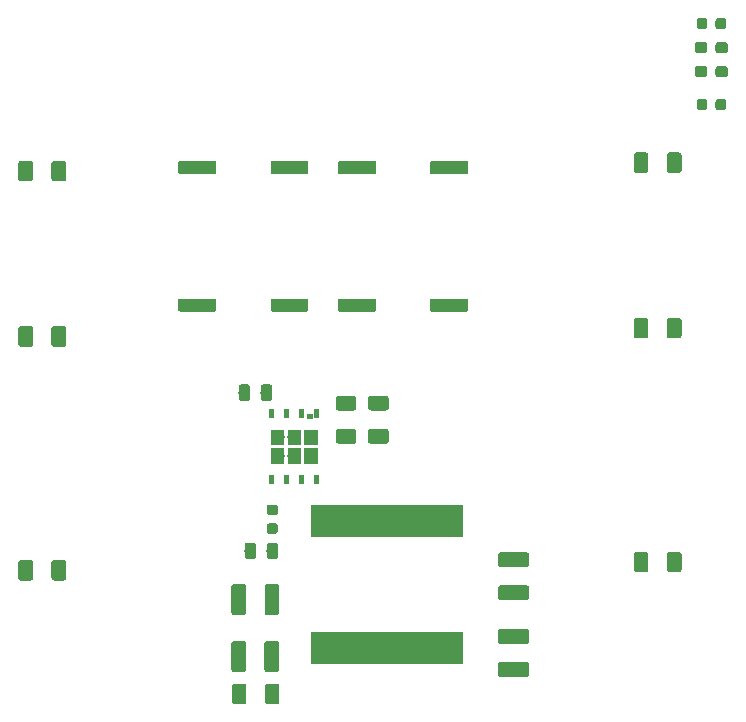
<source format=gbr>
G04 #@! TF.GenerationSoftware,KiCad,Pcbnew,(5.1.0-0)*
G04 #@! TF.CreationDate,2019-05-02T09:23:52-04:00*
G04 #@! TF.ProjectId,Power Board,506f7765-7220-4426-9f61-72642e6b6963,rev?*
G04 #@! TF.SameCoordinates,Original*
G04 #@! TF.FileFunction,Paste,Top*
G04 #@! TF.FilePolarity,Positive*
%FSLAX46Y46*%
G04 Gerber Fmt 4.6, Leading zero omitted, Abs format (unit mm)*
G04 Created by KiCad (PCBNEW (5.1.0-0)) date 2019-05-02 09:23:52*
%MOMM*%
%LPD*%
G04 APERTURE LIST*
%ADD10C,0.100000*%
%ADD11R,12.830000X2.790000*%
%ADD12C,1.250000*%
%ADD13C,1.150000*%
%ADD14C,1.110000*%
%ADD15C,0.410000*%
%ADD16C,1.100000*%
%ADD17C,0.975000*%
%ADD18C,0.950000*%
%ADD19C,0.875000*%
G04 APERTURE END LIST*
D10*
G36*
X108942000Y-78734000D02*
G01*
X108482000Y-78734000D01*
X108482000Y-79094000D01*
X108942000Y-79094000D01*
X108942000Y-78734000D01*
G37*
X108942000Y-78734000D02*
X108482000Y-78734000D01*
X108482000Y-79094000D01*
X108942000Y-79094000D01*
X108942000Y-78734000D01*
D11*
X115316000Y-98613000D03*
X115316000Y-87823000D03*
D10*
G36*
X139999504Y-90426204D02*
G01*
X140023773Y-90429804D01*
X140047571Y-90435765D01*
X140070671Y-90444030D01*
X140092849Y-90454520D01*
X140113893Y-90467133D01*
X140133598Y-90481747D01*
X140151777Y-90498223D01*
X140168253Y-90516402D01*
X140182867Y-90536107D01*
X140195480Y-90557151D01*
X140205970Y-90579329D01*
X140214235Y-90602429D01*
X140220196Y-90626227D01*
X140223796Y-90650496D01*
X140225000Y-90675000D01*
X140225000Y-91925000D01*
X140223796Y-91949504D01*
X140220196Y-91973773D01*
X140214235Y-91997571D01*
X140205970Y-92020671D01*
X140195480Y-92042849D01*
X140182867Y-92063893D01*
X140168253Y-92083598D01*
X140151777Y-92101777D01*
X140133598Y-92118253D01*
X140113893Y-92132867D01*
X140092849Y-92145480D01*
X140070671Y-92155970D01*
X140047571Y-92164235D01*
X140023773Y-92170196D01*
X139999504Y-92173796D01*
X139975000Y-92175000D01*
X139225000Y-92175000D01*
X139200496Y-92173796D01*
X139176227Y-92170196D01*
X139152429Y-92164235D01*
X139129329Y-92155970D01*
X139107151Y-92145480D01*
X139086107Y-92132867D01*
X139066402Y-92118253D01*
X139048223Y-92101777D01*
X139031747Y-92083598D01*
X139017133Y-92063893D01*
X139004520Y-92042849D01*
X138994030Y-92020671D01*
X138985765Y-91997571D01*
X138979804Y-91973773D01*
X138976204Y-91949504D01*
X138975000Y-91925000D01*
X138975000Y-90675000D01*
X138976204Y-90650496D01*
X138979804Y-90626227D01*
X138985765Y-90602429D01*
X138994030Y-90579329D01*
X139004520Y-90557151D01*
X139017133Y-90536107D01*
X139031747Y-90516402D01*
X139048223Y-90498223D01*
X139066402Y-90481747D01*
X139086107Y-90467133D01*
X139107151Y-90454520D01*
X139129329Y-90444030D01*
X139152429Y-90435765D01*
X139176227Y-90429804D01*
X139200496Y-90426204D01*
X139225000Y-90425000D01*
X139975000Y-90425000D01*
X139999504Y-90426204D01*
X139999504Y-90426204D01*
G37*
D12*
X139600000Y-91300000D03*
D10*
G36*
X137199504Y-90426204D02*
G01*
X137223773Y-90429804D01*
X137247571Y-90435765D01*
X137270671Y-90444030D01*
X137292849Y-90454520D01*
X137313893Y-90467133D01*
X137333598Y-90481747D01*
X137351777Y-90498223D01*
X137368253Y-90516402D01*
X137382867Y-90536107D01*
X137395480Y-90557151D01*
X137405970Y-90579329D01*
X137414235Y-90602429D01*
X137420196Y-90626227D01*
X137423796Y-90650496D01*
X137425000Y-90675000D01*
X137425000Y-91925000D01*
X137423796Y-91949504D01*
X137420196Y-91973773D01*
X137414235Y-91997571D01*
X137405970Y-92020671D01*
X137395480Y-92042849D01*
X137382867Y-92063893D01*
X137368253Y-92083598D01*
X137351777Y-92101777D01*
X137333598Y-92118253D01*
X137313893Y-92132867D01*
X137292849Y-92145480D01*
X137270671Y-92155970D01*
X137247571Y-92164235D01*
X137223773Y-92170196D01*
X137199504Y-92173796D01*
X137175000Y-92175000D01*
X136425000Y-92175000D01*
X136400496Y-92173796D01*
X136376227Y-92170196D01*
X136352429Y-92164235D01*
X136329329Y-92155970D01*
X136307151Y-92145480D01*
X136286107Y-92132867D01*
X136266402Y-92118253D01*
X136248223Y-92101777D01*
X136231747Y-92083598D01*
X136217133Y-92063893D01*
X136204520Y-92042849D01*
X136194030Y-92020671D01*
X136185765Y-91997571D01*
X136179804Y-91973773D01*
X136176204Y-91949504D01*
X136175000Y-91925000D01*
X136175000Y-90675000D01*
X136176204Y-90650496D01*
X136179804Y-90626227D01*
X136185765Y-90602429D01*
X136194030Y-90579329D01*
X136204520Y-90557151D01*
X136217133Y-90536107D01*
X136231747Y-90516402D01*
X136248223Y-90498223D01*
X136266402Y-90481747D01*
X136286107Y-90467133D01*
X136307151Y-90454520D01*
X136329329Y-90444030D01*
X136352429Y-90435765D01*
X136376227Y-90429804D01*
X136400496Y-90426204D01*
X136425000Y-90425000D01*
X137175000Y-90425000D01*
X137199504Y-90426204D01*
X137199504Y-90426204D01*
G37*
D12*
X136800000Y-91300000D03*
D10*
G36*
X139999504Y-70626204D02*
G01*
X140023773Y-70629804D01*
X140047571Y-70635765D01*
X140070671Y-70644030D01*
X140092849Y-70654520D01*
X140113893Y-70667133D01*
X140133598Y-70681747D01*
X140151777Y-70698223D01*
X140168253Y-70716402D01*
X140182867Y-70736107D01*
X140195480Y-70757151D01*
X140205970Y-70779329D01*
X140214235Y-70802429D01*
X140220196Y-70826227D01*
X140223796Y-70850496D01*
X140225000Y-70875000D01*
X140225000Y-72125000D01*
X140223796Y-72149504D01*
X140220196Y-72173773D01*
X140214235Y-72197571D01*
X140205970Y-72220671D01*
X140195480Y-72242849D01*
X140182867Y-72263893D01*
X140168253Y-72283598D01*
X140151777Y-72301777D01*
X140133598Y-72318253D01*
X140113893Y-72332867D01*
X140092849Y-72345480D01*
X140070671Y-72355970D01*
X140047571Y-72364235D01*
X140023773Y-72370196D01*
X139999504Y-72373796D01*
X139975000Y-72375000D01*
X139225000Y-72375000D01*
X139200496Y-72373796D01*
X139176227Y-72370196D01*
X139152429Y-72364235D01*
X139129329Y-72355970D01*
X139107151Y-72345480D01*
X139086107Y-72332867D01*
X139066402Y-72318253D01*
X139048223Y-72301777D01*
X139031747Y-72283598D01*
X139017133Y-72263893D01*
X139004520Y-72242849D01*
X138994030Y-72220671D01*
X138985765Y-72197571D01*
X138979804Y-72173773D01*
X138976204Y-72149504D01*
X138975000Y-72125000D01*
X138975000Y-70875000D01*
X138976204Y-70850496D01*
X138979804Y-70826227D01*
X138985765Y-70802429D01*
X138994030Y-70779329D01*
X139004520Y-70757151D01*
X139017133Y-70736107D01*
X139031747Y-70716402D01*
X139048223Y-70698223D01*
X139066402Y-70681747D01*
X139086107Y-70667133D01*
X139107151Y-70654520D01*
X139129329Y-70644030D01*
X139152429Y-70635765D01*
X139176227Y-70629804D01*
X139200496Y-70626204D01*
X139225000Y-70625000D01*
X139975000Y-70625000D01*
X139999504Y-70626204D01*
X139999504Y-70626204D01*
G37*
D12*
X139600000Y-71500000D03*
D10*
G36*
X137199504Y-70626204D02*
G01*
X137223773Y-70629804D01*
X137247571Y-70635765D01*
X137270671Y-70644030D01*
X137292849Y-70654520D01*
X137313893Y-70667133D01*
X137333598Y-70681747D01*
X137351777Y-70698223D01*
X137368253Y-70716402D01*
X137382867Y-70736107D01*
X137395480Y-70757151D01*
X137405970Y-70779329D01*
X137414235Y-70802429D01*
X137420196Y-70826227D01*
X137423796Y-70850496D01*
X137425000Y-70875000D01*
X137425000Y-72125000D01*
X137423796Y-72149504D01*
X137420196Y-72173773D01*
X137414235Y-72197571D01*
X137405970Y-72220671D01*
X137395480Y-72242849D01*
X137382867Y-72263893D01*
X137368253Y-72283598D01*
X137351777Y-72301777D01*
X137333598Y-72318253D01*
X137313893Y-72332867D01*
X137292849Y-72345480D01*
X137270671Y-72355970D01*
X137247571Y-72364235D01*
X137223773Y-72370196D01*
X137199504Y-72373796D01*
X137175000Y-72375000D01*
X136425000Y-72375000D01*
X136400496Y-72373796D01*
X136376227Y-72370196D01*
X136352429Y-72364235D01*
X136329329Y-72355970D01*
X136307151Y-72345480D01*
X136286107Y-72332867D01*
X136266402Y-72318253D01*
X136248223Y-72301777D01*
X136231747Y-72283598D01*
X136217133Y-72263893D01*
X136204520Y-72242849D01*
X136194030Y-72220671D01*
X136185765Y-72197571D01*
X136179804Y-72173773D01*
X136176204Y-72149504D01*
X136175000Y-72125000D01*
X136175000Y-70875000D01*
X136176204Y-70850496D01*
X136179804Y-70826227D01*
X136185765Y-70802429D01*
X136194030Y-70779329D01*
X136204520Y-70757151D01*
X136217133Y-70736107D01*
X136231747Y-70716402D01*
X136248223Y-70698223D01*
X136266402Y-70681747D01*
X136286107Y-70667133D01*
X136307151Y-70654520D01*
X136329329Y-70644030D01*
X136352429Y-70635765D01*
X136376227Y-70629804D01*
X136400496Y-70626204D01*
X136425000Y-70625000D01*
X137175000Y-70625000D01*
X137199504Y-70626204D01*
X137199504Y-70626204D01*
G37*
D12*
X136800000Y-71500000D03*
D10*
G36*
X139999504Y-56626204D02*
G01*
X140023773Y-56629804D01*
X140047571Y-56635765D01*
X140070671Y-56644030D01*
X140092849Y-56654520D01*
X140113893Y-56667133D01*
X140133598Y-56681747D01*
X140151777Y-56698223D01*
X140168253Y-56716402D01*
X140182867Y-56736107D01*
X140195480Y-56757151D01*
X140205970Y-56779329D01*
X140214235Y-56802429D01*
X140220196Y-56826227D01*
X140223796Y-56850496D01*
X140225000Y-56875000D01*
X140225000Y-58125000D01*
X140223796Y-58149504D01*
X140220196Y-58173773D01*
X140214235Y-58197571D01*
X140205970Y-58220671D01*
X140195480Y-58242849D01*
X140182867Y-58263893D01*
X140168253Y-58283598D01*
X140151777Y-58301777D01*
X140133598Y-58318253D01*
X140113893Y-58332867D01*
X140092849Y-58345480D01*
X140070671Y-58355970D01*
X140047571Y-58364235D01*
X140023773Y-58370196D01*
X139999504Y-58373796D01*
X139975000Y-58375000D01*
X139225000Y-58375000D01*
X139200496Y-58373796D01*
X139176227Y-58370196D01*
X139152429Y-58364235D01*
X139129329Y-58355970D01*
X139107151Y-58345480D01*
X139086107Y-58332867D01*
X139066402Y-58318253D01*
X139048223Y-58301777D01*
X139031747Y-58283598D01*
X139017133Y-58263893D01*
X139004520Y-58242849D01*
X138994030Y-58220671D01*
X138985765Y-58197571D01*
X138979804Y-58173773D01*
X138976204Y-58149504D01*
X138975000Y-58125000D01*
X138975000Y-56875000D01*
X138976204Y-56850496D01*
X138979804Y-56826227D01*
X138985765Y-56802429D01*
X138994030Y-56779329D01*
X139004520Y-56757151D01*
X139017133Y-56736107D01*
X139031747Y-56716402D01*
X139048223Y-56698223D01*
X139066402Y-56681747D01*
X139086107Y-56667133D01*
X139107151Y-56654520D01*
X139129329Y-56644030D01*
X139152429Y-56635765D01*
X139176227Y-56629804D01*
X139200496Y-56626204D01*
X139225000Y-56625000D01*
X139975000Y-56625000D01*
X139999504Y-56626204D01*
X139999504Y-56626204D01*
G37*
D12*
X139600000Y-57500000D03*
D10*
G36*
X137199504Y-56626204D02*
G01*
X137223773Y-56629804D01*
X137247571Y-56635765D01*
X137270671Y-56644030D01*
X137292849Y-56654520D01*
X137313893Y-56667133D01*
X137333598Y-56681747D01*
X137351777Y-56698223D01*
X137368253Y-56716402D01*
X137382867Y-56736107D01*
X137395480Y-56757151D01*
X137405970Y-56779329D01*
X137414235Y-56802429D01*
X137420196Y-56826227D01*
X137423796Y-56850496D01*
X137425000Y-56875000D01*
X137425000Y-58125000D01*
X137423796Y-58149504D01*
X137420196Y-58173773D01*
X137414235Y-58197571D01*
X137405970Y-58220671D01*
X137395480Y-58242849D01*
X137382867Y-58263893D01*
X137368253Y-58283598D01*
X137351777Y-58301777D01*
X137333598Y-58318253D01*
X137313893Y-58332867D01*
X137292849Y-58345480D01*
X137270671Y-58355970D01*
X137247571Y-58364235D01*
X137223773Y-58370196D01*
X137199504Y-58373796D01*
X137175000Y-58375000D01*
X136425000Y-58375000D01*
X136400496Y-58373796D01*
X136376227Y-58370196D01*
X136352429Y-58364235D01*
X136329329Y-58355970D01*
X136307151Y-58345480D01*
X136286107Y-58332867D01*
X136266402Y-58318253D01*
X136248223Y-58301777D01*
X136231747Y-58283598D01*
X136217133Y-58263893D01*
X136204520Y-58242849D01*
X136194030Y-58220671D01*
X136185765Y-58197571D01*
X136179804Y-58173773D01*
X136176204Y-58149504D01*
X136175000Y-58125000D01*
X136175000Y-56875000D01*
X136176204Y-56850496D01*
X136179804Y-56826227D01*
X136185765Y-56802429D01*
X136194030Y-56779329D01*
X136204520Y-56757151D01*
X136217133Y-56736107D01*
X136231747Y-56716402D01*
X136248223Y-56698223D01*
X136266402Y-56681747D01*
X136286107Y-56667133D01*
X136307151Y-56654520D01*
X136329329Y-56644030D01*
X136352429Y-56635765D01*
X136376227Y-56629804D01*
X136400496Y-56626204D01*
X136425000Y-56625000D01*
X137175000Y-56625000D01*
X137199504Y-56626204D01*
X137199504Y-56626204D01*
G37*
D12*
X136800000Y-57500000D03*
D10*
G36*
X85099504Y-91126204D02*
G01*
X85123773Y-91129804D01*
X85147571Y-91135765D01*
X85170671Y-91144030D01*
X85192849Y-91154520D01*
X85213893Y-91167133D01*
X85233598Y-91181747D01*
X85251777Y-91198223D01*
X85268253Y-91216402D01*
X85282867Y-91236107D01*
X85295480Y-91257151D01*
X85305970Y-91279329D01*
X85314235Y-91302429D01*
X85320196Y-91326227D01*
X85323796Y-91350496D01*
X85325000Y-91375000D01*
X85325000Y-92625000D01*
X85323796Y-92649504D01*
X85320196Y-92673773D01*
X85314235Y-92697571D01*
X85305970Y-92720671D01*
X85295480Y-92742849D01*
X85282867Y-92763893D01*
X85268253Y-92783598D01*
X85251777Y-92801777D01*
X85233598Y-92818253D01*
X85213893Y-92832867D01*
X85192849Y-92845480D01*
X85170671Y-92855970D01*
X85147571Y-92864235D01*
X85123773Y-92870196D01*
X85099504Y-92873796D01*
X85075000Y-92875000D01*
X84325000Y-92875000D01*
X84300496Y-92873796D01*
X84276227Y-92870196D01*
X84252429Y-92864235D01*
X84229329Y-92855970D01*
X84207151Y-92845480D01*
X84186107Y-92832867D01*
X84166402Y-92818253D01*
X84148223Y-92801777D01*
X84131747Y-92783598D01*
X84117133Y-92763893D01*
X84104520Y-92742849D01*
X84094030Y-92720671D01*
X84085765Y-92697571D01*
X84079804Y-92673773D01*
X84076204Y-92649504D01*
X84075000Y-92625000D01*
X84075000Y-91375000D01*
X84076204Y-91350496D01*
X84079804Y-91326227D01*
X84085765Y-91302429D01*
X84094030Y-91279329D01*
X84104520Y-91257151D01*
X84117133Y-91236107D01*
X84131747Y-91216402D01*
X84148223Y-91198223D01*
X84166402Y-91181747D01*
X84186107Y-91167133D01*
X84207151Y-91154520D01*
X84229329Y-91144030D01*
X84252429Y-91135765D01*
X84276227Y-91129804D01*
X84300496Y-91126204D01*
X84325000Y-91125000D01*
X85075000Y-91125000D01*
X85099504Y-91126204D01*
X85099504Y-91126204D01*
G37*
D12*
X84700000Y-92000000D03*
D10*
G36*
X87899504Y-91126204D02*
G01*
X87923773Y-91129804D01*
X87947571Y-91135765D01*
X87970671Y-91144030D01*
X87992849Y-91154520D01*
X88013893Y-91167133D01*
X88033598Y-91181747D01*
X88051777Y-91198223D01*
X88068253Y-91216402D01*
X88082867Y-91236107D01*
X88095480Y-91257151D01*
X88105970Y-91279329D01*
X88114235Y-91302429D01*
X88120196Y-91326227D01*
X88123796Y-91350496D01*
X88125000Y-91375000D01*
X88125000Y-92625000D01*
X88123796Y-92649504D01*
X88120196Y-92673773D01*
X88114235Y-92697571D01*
X88105970Y-92720671D01*
X88095480Y-92742849D01*
X88082867Y-92763893D01*
X88068253Y-92783598D01*
X88051777Y-92801777D01*
X88033598Y-92818253D01*
X88013893Y-92832867D01*
X87992849Y-92845480D01*
X87970671Y-92855970D01*
X87947571Y-92864235D01*
X87923773Y-92870196D01*
X87899504Y-92873796D01*
X87875000Y-92875000D01*
X87125000Y-92875000D01*
X87100496Y-92873796D01*
X87076227Y-92870196D01*
X87052429Y-92864235D01*
X87029329Y-92855970D01*
X87007151Y-92845480D01*
X86986107Y-92832867D01*
X86966402Y-92818253D01*
X86948223Y-92801777D01*
X86931747Y-92783598D01*
X86917133Y-92763893D01*
X86904520Y-92742849D01*
X86894030Y-92720671D01*
X86885765Y-92697571D01*
X86879804Y-92673773D01*
X86876204Y-92649504D01*
X86875000Y-92625000D01*
X86875000Y-91375000D01*
X86876204Y-91350496D01*
X86879804Y-91326227D01*
X86885765Y-91302429D01*
X86894030Y-91279329D01*
X86904520Y-91257151D01*
X86917133Y-91236107D01*
X86931747Y-91216402D01*
X86948223Y-91198223D01*
X86966402Y-91181747D01*
X86986107Y-91167133D01*
X87007151Y-91154520D01*
X87029329Y-91144030D01*
X87052429Y-91135765D01*
X87076227Y-91129804D01*
X87100496Y-91126204D01*
X87125000Y-91125000D01*
X87875000Y-91125000D01*
X87899504Y-91126204D01*
X87899504Y-91126204D01*
G37*
D12*
X87500000Y-92000000D03*
D10*
G36*
X85099504Y-71326204D02*
G01*
X85123773Y-71329804D01*
X85147571Y-71335765D01*
X85170671Y-71344030D01*
X85192849Y-71354520D01*
X85213893Y-71367133D01*
X85233598Y-71381747D01*
X85251777Y-71398223D01*
X85268253Y-71416402D01*
X85282867Y-71436107D01*
X85295480Y-71457151D01*
X85305970Y-71479329D01*
X85314235Y-71502429D01*
X85320196Y-71526227D01*
X85323796Y-71550496D01*
X85325000Y-71575000D01*
X85325000Y-72825000D01*
X85323796Y-72849504D01*
X85320196Y-72873773D01*
X85314235Y-72897571D01*
X85305970Y-72920671D01*
X85295480Y-72942849D01*
X85282867Y-72963893D01*
X85268253Y-72983598D01*
X85251777Y-73001777D01*
X85233598Y-73018253D01*
X85213893Y-73032867D01*
X85192849Y-73045480D01*
X85170671Y-73055970D01*
X85147571Y-73064235D01*
X85123773Y-73070196D01*
X85099504Y-73073796D01*
X85075000Y-73075000D01*
X84325000Y-73075000D01*
X84300496Y-73073796D01*
X84276227Y-73070196D01*
X84252429Y-73064235D01*
X84229329Y-73055970D01*
X84207151Y-73045480D01*
X84186107Y-73032867D01*
X84166402Y-73018253D01*
X84148223Y-73001777D01*
X84131747Y-72983598D01*
X84117133Y-72963893D01*
X84104520Y-72942849D01*
X84094030Y-72920671D01*
X84085765Y-72897571D01*
X84079804Y-72873773D01*
X84076204Y-72849504D01*
X84075000Y-72825000D01*
X84075000Y-71575000D01*
X84076204Y-71550496D01*
X84079804Y-71526227D01*
X84085765Y-71502429D01*
X84094030Y-71479329D01*
X84104520Y-71457151D01*
X84117133Y-71436107D01*
X84131747Y-71416402D01*
X84148223Y-71398223D01*
X84166402Y-71381747D01*
X84186107Y-71367133D01*
X84207151Y-71354520D01*
X84229329Y-71344030D01*
X84252429Y-71335765D01*
X84276227Y-71329804D01*
X84300496Y-71326204D01*
X84325000Y-71325000D01*
X85075000Y-71325000D01*
X85099504Y-71326204D01*
X85099504Y-71326204D01*
G37*
D12*
X84700000Y-72200000D03*
D10*
G36*
X87899504Y-71326204D02*
G01*
X87923773Y-71329804D01*
X87947571Y-71335765D01*
X87970671Y-71344030D01*
X87992849Y-71354520D01*
X88013893Y-71367133D01*
X88033598Y-71381747D01*
X88051777Y-71398223D01*
X88068253Y-71416402D01*
X88082867Y-71436107D01*
X88095480Y-71457151D01*
X88105970Y-71479329D01*
X88114235Y-71502429D01*
X88120196Y-71526227D01*
X88123796Y-71550496D01*
X88125000Y-71575000D01*
X88125000Y-72825000D01*
X88123796Y-72849504D01*
X88120196Y-72873773D01*
X88114235Y-72897571D01*
X88105970Y-72920671D01*
X88095480Y-72942849D01*
X88082867Y-72963893D01*
X88068253Y-72983598D01*
X88051777Y-73001777D01*
X88033598Y-73018253D01*
X88013893Y-73032867D01*
X87992849Y-73045480D01*
X87970671Y-73055970D01*
X87947571Y-73064235D01*
X87923773Y-73070196D01*
X87899504Y-73073796D01*
X87875000Y-73075000D01*
X87125000Y-73075000D01*
X87100496Y-73073796D01*
X87076227Y-73070196D01*
X87052429Y-73064235D01*
X87029329Y-73055970D01*
X87007151Y-73045480D01*
X86986107Y-73032867D01*
X86966402Y-73018253D01*
X86948223Y-73001777D01*
X86931747Y-72983598D01*
X86917133Y-72963893D01*
X86904520Y-72942849D01*
X86894030Y-72920671D01*
X86885765Y-72897571D01*
X86879804Y-72873773D01*
X86876204Y-72849504D01*
X86875000Y-72825000D01*
X86875000Y-71575000D01*
X86876204Y-71550496D01*
X86879804Y-71526227D01*
X86885765Y-71502429D01*
X86894030Y-71479329D01*
X86904520Y-71457151D01*
X86917133Y-71436107D01*
X86931747Y-71416402D01*
X86948223Y-71398223D01*
X86966402Y-71381747D01*
X86986107Y-71367133D01*
X87007151Y-71354520D01*
X87029329Y-71344030D01*
X87052429Y-71335765D01*
X87076227Y-71329804D01*
X87100496Y-71326204D01*
X87125000Y-71325000D01*
X87875000Y-71325000D01*
X87899504Y-71326204D01*
X87899504Y-71326204D01*
G37*
D12*
X87500000Y-72200000D03*
D10*
G36*
X85099504Y-57326204D02*
G01*
X85123773Y-57329804D01*
X85147571Y-57335765D01*
X85170671Y-57344030D01*
X85192849Y-57354520D01*
X85213893Y-57367133D01*
X85233598Y-57381747D01*
X85251777Y-57398223D01*
X85268253Y-57416402D01*
X85282867Y-57436107D01*
X85295480Y-57457151D01*
X85305970Y-57479329D01*
X85314235Y-57502429D01*
X85320196Y-57526227D01*
X85323796Y-57550496D01*
X85325000Y-57575000D01*
X85325000Y-58825000D01*
X85323796Y-58849504D01*
X85320196Y-58873773D01*
X85314235Y-58897571D01*
X85305970Y-58920671D01*
X85295480Y-58942849D01*
X85282867Y-58963893D01*
X85268253Y-58983598D01*
X85251777Y-59001777D01*
X85233598Y-59018253D01*
X85213893Y-59032867D01*
X85192849Y-59045480D01*
X85170671Y-59055970D01*
X85147571Y-59064235D01*
X85123773Y-59070196D01*
X85099504Y-59073796D01*
X85075000Y-59075000D01*
X84325000Y-59075000D01*
X84300496Y-59073796D01*
X84276227Y-59070196D01*
X84252429Y-59064235D01*
X84229329Y-59055970D01*
X84207151Y-59045480D01*
X84186107Y-59032867D01*
X84166402Y-59018253D01*
X84148223Y-59001777D01*
X84131747Y-58983598D01*
X84117133Y-58963893D01*
X84104520Y-58942849D01*
X84094030Y-58920671D01*
X84085765Y-58897571D01*
X84079804Y-58873773D01*
X84076204Y-58849504D01*
X84075000Y-58825000D01*
X84075000Y-57575000D01*
X84076204Y-57550496D01*
X84079804Y-57526227D01*
X84085765Y-57502429D01*
X84094030Y-57479329D01*
X84104520Y-57457151D01*
X84117133Y-57436107D01*
X84131747Y-57416402D01*
X84148223Y-57398223D01*
X84166402Y-57381747D01*
X84186107Y-57367133D01*
X84207151Y-57354520D01*
X84229329Y-57344030D01*
X84252429Y-57335765D01*
X84276227Y-57329804D01*
X84300496Y-57326204D01*
X84325000Y-57325000D01*
X85075000Y-57325000D01*
X85099504Y-57326204D01*
X85099504Y-57326204D01*
G37*
D12*
X84700000Y-58200000D03*
D10*
G36*
X87899504Y-57326204D02*
G01*
X87923773Y-57329804D01*
X87947571Y-57335765D01*
X87970671Y-57344030D01*
X87992849Y-57354520D01*
X88013893Y-57367133D01*
X88033598Y-57381747D01*
X88051777Y-57398223D01*
X88068253Y-57416402D01*
X88082867Y-57436107D01*
X88095480Y-57457151D01*
X88105970Y-57479329D01*
X88114235Y-57502429D01*
X88120196Y-57526227D01*
X88123796Y-57550496D01*
X88125000Y-57575000D01*
X88125000Y-58825000D01*
X88123796Y-58849504D01*
X88120196Y-58873773D01*
X88114235Y-58897571D01*
X88105970Y-58920671D01*
X88095480Y-58942849D01*
X88082867Y-58963893D01*
X88068253Y-58983598D01*
X88051777Y-59001777D01*
X88033598Y-59018253D01*
X88013893Y-59032867D01*
X87992849Y-59045480D01*
X87970671Y-59055970D01*
X87947571Y-59064235D01*
X87923773Y-59070196D01*
X87899504Y-59073796D01*
X87875000Y-59075000D01*
X87125000Y-59075000D01*
X87100496Y-59073796D01*
X87076227Y-59070196D01*
X87052429Y-59064235D01*
X87029329Y-59055970D01*
X87007151Y-59045480D01*
X86986107Y-59032867D01*
X86966402Y-59018253D01*
X86948223Y-59001777D01*
X86931747Y-58983598D01*
X86917133Y-58963893D01*
X86904520Y-58942849D01*
X86894030Y-58920671D01*
X86885765Y-58897571D01*
X86879804Y-58873773D01*
X86876204Y-58849504D01*
X86875000Y-58825000D01*
X86875000Y-57575000D01*
X86876204Y-57550496D01*
X86879804Y-57526227D01*
X86885765Y-57502429D01*
X86894030Y-57479329D01*
X86904520Y-57457151D01*
X86917133Y-57436107D01*
X86931747Y-57416402D01*
X86948223Y-57398223D01*
X86966402Y-57381747D01*
X86986107Y-57367133D01*
X87007151Y-57354520D01*
X87029329Y-57344030D01*
X87052429Y-57335765D01*
X87076227Y-57329804D01*
X87100496Y-57326204D01*
X87125000Y-57325000D01*
X87875000Y-57325000D01*
X87899504Y-57326204D01*
X87899504Y-57326204D01*
G37*
D12*
X87500000Y-58200000D03*
D10*
G36*
X106564472Y-80094227D02*
G01*
X106569049Y-80094906D01*
X106573538Y-80096030D01*
X106577894Y-80097589D01*
X106582077Y-80099567D01*
X106586046Y-80101946D01*
X106589762Y-80104702D01*
X106593190Y-80107810D01*
X106596298Y-80111238D01*
X106599054Y-80114954D01*
X106601433Y-80118923D01*
X106603411Y-80123106D01*
X106604970Y-80127462D01*
X106606094Y-80131951D01*
X106606773Y-80136528D01*
X106607000Y-80141149D01*
X106607000Y-81356851D01*
X106606773Y-81361472D01*
X106606094Y-81366049D01*
X106604970Y-81370538D01*
X106603411Y-81374894D01*
X106601433Y-81379077D01*
X106599054Y-81383046D01*
X106596298Y-81386762D01*
X106593190Y-81390190D01*
X106589762Y-81393298D01*
X106586046Y-81396054D01*
X106582077Y-81398433D01*
X106577894Y-81400411D01*
X106573538Y-81401970D01*
X106569049Y-81403094D01*
X106564472Y-81403773D01*
X106559851Y-81404000D01*
X105504149Y-81404000D01*
X105499528Y-81403773D01*
X105494951Y-81403094D01*
X105490462Y-81401970D01*
X105486106Y-81400411D01*
X105481923Y-81398433D01*
X105477954Y-81396054D01*
X105474238Y-81393298D01*
X105470810Y-81390190D01*
X105467702Y-81386762D01*
X105464946Y-81383046D01*
X105462567Y-81379077D01*
X105460589Y-81374894D01*
X105459030Y-81370538D01*
X105457906Y-81366049D01*
X105457227Y-81361472D01*
X105457000Y-81356851D01*
X105457000Y-80141149D01*
X105457227Y-80136528D01*
X105457906Y-80131951D01*
X105459030Y-80127462D01*
X105460589Y-80123106D01*
X105462567Y-80118923D01*
X105464946Y-80114954D01*
X105467702Y-80111238D01*
X105470810Y-80107810D01*
X105474238Y-80104702D01*
X105477954Y-80101946D01*
X105481923Y-80099567D01*
X105486106Y-80097589D01*
X105490462Y-80096030D01*
X105494951Y-80094906D01*
X105499528Y-80094227D01*
X105504149Y-80094000D01*
X106559851Y-80094000D01*
X106564472Y-80094227D01*
X106564472Y-80094227D01*
G37*
D13*
X106032000Y-80749000D03*
D10*
G36*
X106564472Y-81664227D02*
G01*
X106569049Y-81664906D01*
X106573538Y-81666030D01*
X106577894Y-81667589D01*
X106582077Y-81669567D01*
X106586046Y-81671946D01*
X106589762Y-81674702D01*
X106593190Y-81677810D01*
X106596298Y-81681238D01*
X106599054Y-81684954D01*
X106601433Y-81688923D01*
X106603411Y-81693106D01*
X106604970Y-81697462D01*
X106606094Y-81701951D01*
X106606773Y-81706528D01*
X106607000Y-81711149D01*
X106607000Y-82926851D01*
X106606773Y-82931472D01*
X106606094Y-82936049D01*
X106604970Y-82940538D01*
X106603411Y-82944894D01*
X106601433Y-82949077D01*
X106599054Y-82953046D01*
X106596298Y-82956762D01*
X106593190Y-82960190D01*
X106589762Y-82963298D01*
X106586046Y-82966054D01*
X106582077Y-82968433D01*
X106577894Y-82970411D01*
X106573538Y-82971970D01*
X106569049Y-82973094D01*
X106564472Y-82973773D01*
X106559851Y-82974000D01*
X105504149Y-82974000D01*
X105499528Y-82973773D01*
X105494951Y-82973094D01*
X105490462Y-82971970D01*
X105486106Y-82970411D01*
X105481923Y-82968433D01*
X105477954Y-82966054D01*
X105474238Y-82963298D01*
X105470810Y-82960190D01*
X105467702Y-82956762D01*
X105464946Y-82953046D01*
X105462567Y-82949077D01*
X105460589Y-82944894D01*
X105459030Y-82940538D01*
X105457906Y-82936049D01*
X105457227Y-82931472D01*
X105457000Y-82926851D01*
X105457000Y-81711149D01*
X105457227Y-81706528D01*
X105457906Y-81701951D01*
X105459030Y-81697462D01*
X105460589Y-81693106D01*
X105462567Y-81688923D01*
X105464946Y-81684954D01*
X105467702Y-81681238D01*
X105470810Y-81677810D01*
X105474238Y-81674702D01*
X105477954Y-81671946D01*
X105481923Y-81669567D01*
X105486106Y-81667589D01*
X105490462Y-81666030D01*
X105494951Y-81664906D01*
X105499528Y-81664227D01*
X105504149Y-81664000D01*
X106559851Y-81664000D01*
X106564472Y-81664227D01*
X106564472Y-81664227D01*
G37*
D13*
X106032000Y-82319000D03*
D10*
G36*
X109384472Y-81664227D02*
G01*
X109389049Y-81664906D01*
X109393538Y-81666030D01*
X109397894Y-81667589D01*
X109402077Y-81669567D01*
X109406046Y-81671946D01*
X109409762Y-81674702D01*
X109413190Y-81677810D01*
X109416298Y-81681238D01*
X109419054Y-81684954D01*
X109421433Y-81688923D01*
X109423411Y-81693106D01*
X109424970Y-81697462D01*
X109426094Y-81701951D01*
X109426773Y-81706528D01*
X109427000Y-81711149D01*
X109427000Y-82926851D01*
X109426773Y-82931472D01*
X109426094Y-82936049D01*
X109424970Y-82940538D01*
X109423411Y-82944894D01*
X109421433Y-82949077D01*
X109419054Y-82953046D01*
X109416298Y-82956762D01*
X109413190Y-82960190D01*
X109409762Y-82963298D01*
X109406046Y-82966054D01*
X109402077Y-82968433D01*
X109397894Y-82970411D01*
X109393538Y-82971970D01*
X109389049Y-82973094D01*
X109384472Y-82973773D01*
X109379851Y-82974000D01*
X108324149Y-82974000D01*
X108319528Y-82973773D01*
X108314951Y-82973094D01*
X108310462Y-82971970D01*
X108306106Y-82970411D01*
X108301923Y-82968433D01*
X108297954Y-82966054D01*
X108294238Y-82963298D01*
X108290810Y-82960190D01*
X108287702Y-82956762D01*
X108284946Y-82953046D01*
X108282567Y-82949077D01*
X108280589Y-82944894D01*
X108279030Y-82940538D01*
X108277906Y-82936049D01*
X108277227Y-82931472D01*
X108277000Y-82926851D01*
X108277000Y-81711149D01*
X108277227Y-81706528D01*
X108277906Y-81701951D01*
X108279030Y-81697462D01*
X108280589Y-81693106D01*
X108282567Y-81688923D01*
X108284946Y-81684954D01*
X108287702Y-81681238D01*
X108290810Y-81677810D01*
X108294238Y-81674702D01*
X108297954Y-81671946D01*
X108301923Y-81669567D01*
X108306106Y-81667589D01*
X108310462Y-81666030D01*
X108314951Y-81664906D01*
X108319528Y-81664227D01*
X108324149Y-81664000D01*
X109379851Y-81664000D01*
X109384472Y-81664227D01*
X109384472Y-81664227D01*
G37*
D13*
X108852000Y-82319000D03*
D10*
G36*
X109365952Y-80094219D02*
G01*
X109370369Y-80094874D01*
X109374702Y-80095960D01*
X109378907Y-80097464D01*
X109382944Y-80099374D01*
X109386774Y-80101670D01*
X109390362Y-80104330D01*
X109393671Y-80107329D01*
X109396670Y-80110638D01*
X109399330Y-80114226D01*
X109401626Y-80118056D01*
X109403536Y-80122093D01*
X109405040Y-80126298D01*
X109406126Y-80130631D01*
X109406781Y-80135048D01*
X109407000Y-80139509D01*
X109407000Y-81358491D01*
X109406781Y-81362952D01*
X109406126Y-81367369D01*
X109405040Y-81371702D01*
X109403536Y-81375907D01*
X109401626Y-81379944D01*
X109399330Y-81383774D01*
X109396670Y-81387362D01*
X109393671Y-81390671D01*
X109390362Y-81393670D01*
X109386774Y-81396330D01*
X109382944Y-81398626D01*
X109378907Y-81400536D01*
X109374702Y-81402040D01*
X109370369Y-81403126D01*
X109365952Y-81403781D01*
X109361491Y-81404000D01*
X108342509Y-81404000D01*
X108338048Y-81403781D01*
X108333631Y-81403126D01*
X108329298Y-81402040D01*
X108325093Y-81400536D01*
X108321056Y-81398626D01*
X108317226Y-81396330D01*
X108313638Y-81393670D01*
X108310329Y-81390671D01*
X108307330Y-81387362D01*
X108304670Y-81383774D01*
X108302374Y-81379944D01*
X108300464Y-81375907D01*
X108298960Y-81371702D01*
X108297874Y-81367369D01*
X108297219Y-81362952D01*
X108297000Y-81358491D01*
X108297000Y-80139509D01*
X108297219Y-80135048D01*
X108297874Y-80130631D01*
X108298960Y-80126298D01*
X108300464Y-80122093D01*
X108302374Y-80118056D01*
X108304670Y-80114226D01*
X108307330Y-80110638D01*
X108310329Y-80107329D01*
X108313638Y-80104330D01*
X108317226Y-80101670D01*
X108321056Y-80099374D01*
X108325093Y-80097464D01*
X108329298Y-80095960D01*
X108333631Y-80094874D01*
X108338048Y-80094219D01*
X108342509Y-80094000D01*
X109361491Y-80094000D01*
X109365952Y-80094219D01*
X109365952Y-80094219D01*
G37*
D14*
X108852000Y-80749000D03*
D10*
G36*
X107974472Y-80094227D02*
G01*
X107979049Y-80094906D01*
X107983538Y-80096030D01*
X107987894Y-80097589D01*
X107992077Y-80099567D01*
X107996046Y-80101946D01*
X107999762Y-80104702D01*
X108003190Y-80107810D01*
X108006298Y-80111238D01*
X108009054Y-80114954D01*
X108011433Y-80118923D01*
X108013411Y-80123106D01*
X108014970Y-80127462D01*
X108016094Y-80131951D01*
X108016773Y-80136528D01*
X108017000Y-80141149D01*
X108017000Y-81356851D01*
X108016773Y-81361472D01*
X108016094Y-81366049D01*
X108014970Y-81370538D01*
X108013411Y-81374894D01*
X108011433Y-81379077D01*
X108009054Y-81383046D01*
X108006298Y-81386762D01*
X108003190Y-81390190D01*
X107999762Y-81393298D01*
X107996046Y-81396054D01*
X107992077Y-81398433D01*
X107987894Y-81400411D01*
X107983538Y-81401970D01*
X107979049Y-81403094D01*
X107974472Y-81403773D01*
X107969851Y-81404000D01*
X106914149Y-81404000D01*
X106909528Y-81403773D01*
X106904951Y-81403094D01*
X106900462Y-81401970D01*
X106896106Y-81400411D01*
X106891923Y-81398433D01*
X106887954Y-81396054D01*
X106884238Y-81393298D01*
X106880810Y-81390190D01*
X106877702Y-81386762D01*
X106874946Y-81383046D01*
X106872567Y-81379077D01*
X106870589Y-81374894D01*
X106869030Y-81370538D01*
X106867906Y-81366049D01*
X106867227Y-81361472D01*
X106867000Y-81356851D01*
X106867000Y-80141149D01*
X106867227Y-80136528D01*
X106867906Y-80131951D01*
X106869030Y-80127462D01*
X106870589Y-80123106D01*
X106872567Y-80118923D01*
X106874946Y-80114954D01*
X106877702Y-80111238D01*
X106880810Y-80107810D01*
X106884238Y-80104702D01*
X106887954Y-80101946D01*
X106891923Y-80099567D01*
X106896106Y-80097589D01*
X106900462Y-80096030D01*
X106904951Y-80094906D01*
X106909528Y-80094227D01*
X106914149Y-80094000D01*
X107969851Y-80094000D01*
X107974472Y-80094227D01*
X107974472Y-80094227D01*
G37*
D13*
X107442000Y-80749000D03*
D10*
G36*
X107974472Y-81664227D02*
G01*
X107979049Y-81664906D01*
X107983538Y-81666030D01*
X107987894Y-81667589D01*
X107992077Y-81669567D01*
X107996046Y-81671946D01*
X107999762Y-81674702D01*
X108003190Y-81677810D01*
X108006298Y-81681238D01*
X108009054Y-81684954D01*
X108011433Y-81688923D01*
X108013411Y-81693106D01*
X108014970Y-81697462D01*
X108016094Y-81701951D01*
X108016773Y-81706528D01*
X108017000Y-81711149D01*
X108017000Y-82926851D01*
X108016773Y-82931472D01*
X108016094Y-82936049D01*
X108014970Y-82940538D01*
X108013411Y-82944894D01*
X108011433Y-82949077D01*
X108009054Y-82953046D01*
X108006298Y-82956762D01*
X108003190Y-82960190D01*
X107999762Y-82963298D01*
X107996046Y-82966054D01*
X107992077Y-82968433D01*
X107987894Y-82970411D01*
X107983538Y-82971970D01*
X107979049Y-82973094D01*
X107974472Y-82973773D01*
X107969851Y-82974000D01*
X106914149Y-82974000D01*
X106909528Y-82973773D01*
X106904951Y-82973094D01*
X106900462Y-82971970D01*
X106896106Y-82970411D01*
X106891923Y-82968433D01*
X106887954Y-82966054D01*
X106884238Y-82963298D01*
X106880810Y-82960190D01*
X106877702Y-82956762D01*
X106874946Y-82953046D01*
X106872567Y-82949077D01*
X106870589Y-82944894D01*
X106869030Y-82940538D01*
X106867906Y-82936049D01*
X106867227Y-82931472D01*
X106867000Y-82926851D01*
X106867000Y-81711149D01*
X106867227Y-81706528D01*
X106867906Y-81701951D01*
X106869030Y-81697462D01*
X106870589Y-81693106D01*
X106872567Y-81688923D01*
X106874946Y-81684954D01*
X106877702Y-81681238D01*
X106880810Y-81677810D01*
X106884238Y-81674702D01*
X106887954Y-81671946D01*
X106891923Y-81669567D01*
X106896106Y-81667589D01*
X106900462Y-81666030D01*
X106904951Y-81664906D01*
X106909528Y-81664227D01*
X106914149Y-81664000D01*
X107969851Y-81664000D01*
X107974472Y-81664227D01*
X107974472Y-81664227D01*
G37*
D13*
X107442000Y-82319000D03*
D10*
G36*
X109506883Y-83924241D02*
G01*
X109511738Y-83924961D01*
X109516500Y-83926154D01*
X109521122Y-83927808D01*
X109525559Y-83929906D01*
X109529770Y-83932430D01*
X109533712Y-83935354D01*
X109537349Y-83938651D01*
X109540646Y-83942288D01*
X109543570Y-83946230D01*
X109546094Y-83950441D01*
X109548192Y-83954878D01*
X109549846Y-83959500D01*
X109551039Y-83964262D01*
X109551759Y-83969117D01*
X109552000Y-83974020D01*
X109552000Y-84683980D01*
X109551759Y-84688883D01*
X109551039Y-84693738D01*
X109549846Y-84698500D01*
X109548192Y-84703122D01*
X109546094Y-84707559D01*
X109543570Y-84711770D01*
X109540646Y-84715712D01*
X109537349Y-84719349D01*
X109533712Y-84722646D01*
X109529770Y-84725570D01*
X109525559Y-84728094D01*
X109521122Y-84730192D01*
X109516500Y-84731846D01*
X109511738Y-84733039D01*
X109506883Y-84733759D01*
X109501980Y-84734000D01*
X109192020Y-84734000D01*
X109187117Y-84733759D01*
X109182262Y-84733039D01*
X109177500Y-84731846D01*
X109172878Y-84730192D01*
X109168441Y-84728094D01*
X109164230Y-84725570D01*
X109160288Y-84722646D01*
X109156651Y-84719349D01*
X109153354Y-84715712D01*
X109150430Y-84711770D01*
X109147906Y-84707559D01*
X109145808Y-84703122D01*
X109144154Y-84698500D01*
X109142961Y-84693738D01*
X109142241Y-84688883D01*
X109142000Y-84683980D01*
X109142000Y-83974020D01*
X109142241Y-83969117D01*
X109142961Y-83964262D01*
X109144154Y-83959500D01*
X109145808Y-83954878D01*
X109147906Y-83950441D01*
X109150430Y-83946230D01*
X109153354Y-83942288D01*
X109156651Y-83938651D01*
X109160288Y-83935354D01*
X109164230Y-83932430D01*
X109168441Y-83929906D01*
X109172878Y-83927808D01*
X109177500Y-83926154D01*
X109182262Y-83924961D01*
X109187117Y-83924241D01*
X109192020Y-83924000D01*
X109501980Y-83924000D01*
X109506883Y-83924241D01*
X109506883Y-83924241D01*
G37*
D15*
X109347000Y-84329000D03*
D10*
G36*
X108236883Y-83924241D02*
G01*
X108241738Y-83924961D01*
X108246500Y-83926154D01*
X108251122Y-83927808D01*
X108255559Y-83929906D01*
X108259770Y-83932430D01*
X108263712Y-83935354D01*
X108267349Y-83938651D01*
X108270646Y-83942288D01*
X108273570Y-83946230D01*
X108276094Y-83950441D01*
X108278192Y-83954878D01*
X108279846Y-83959500D01*
X108281039Y-83964262D01*
X108281759Y-83969117D01*
X108282000Y-83974020D01*
X108282000Y-84683980D01*
X108281759Y-84688883D01*
X108281039Y-84693738D01*
X108279846Y-84698500D01*
X108278192Y-84703122D01*
X108276094Y-84707559D01*
X108273570Y-84711770D01*
X108270646Y-84715712D01*
X108267349Y-84719349D01*
X108263712Y-84722646D01*
X108259770Y-84725570D01*
X108255559Y-84728094D01*
X108251122Y-84730192D01*
X108246500Y-84731846D01*
X108241738Y-84733039D01*
X108236883Y-84733759D01*
X108231980Y-84734000D01*
X107922020Y-84734000D01*
X107917117Y-84733759D01*
X107912262Y-84733039D01*
X107907500Y-84731846D01*
X107902878Y-84730192D01*
X107898441Y-84728094D01*
X107894230Y-84725570D01*
X107890288Y-84722646D01*
X107886651Y-84719349D01*
X107883354Y-84715712D01*
X107880430Y-84711770D01*
X107877906Y-84707559D01*
X107875808Y-84703122D01*
X107874154Y-84698500D01*
X107872961Y-84693738D01*
X107872241Y-84688883D01*
X107872000Y-84683980D01*
X107872000Y-83974020D01*
X107872241Y-83969117D01*
X107872961Y-83964262D01*
X107874154Y-83959500D01*
X107875808Y-83954878D01*
X107877906Y-83950441D01*
X107880430Y-83946230D01*
X107883354Y-83942288D01*
X107886651Y-83938651D01*
X107890288Y-83935354D01*
X107894230Y-83932430D01*
X107898441Y-83929906D01*
X107902878Y-83927808D01*
X107907500Y-83926154D01*
X107912262Y-83924961D01*
X107917117Y-83924241D01*
X107922020Y-83924000D01*
X108231980Y-83924000D01*
X108236883Y-83924241D01*
X108236883Y-83924241D01*
G37*
D15*
X108077000Y-84329000D03*
D10*
G36*
X106966883Y-83924241D02*
G01*
X106971738Y-83924961D01*
X106976500Y-83926154D01*
X106981122Y-83927808D01*
X106985559Y-83929906D01*
X106989770Y-83932430D01*
X106993712Y-83935354D01*
X106997349Y-83938651D01*
X107000646Y-83942288D01*
X107003570Y-83946230D01*
X107006094Y-83950441D01*
X107008192Y-83954878D01*
X107009846Y-83959500D01*
X107011039Y-83964262D01*
X107011759Y-83969117D01*
X107012000Y-83974020D01*
X107012000Y-84683980D01*
X107011759Y-84688883D01*
X107011039Y-84693738D01*
X107009846Y-84698500D01*
X107008192Y-84703122D01*
X107006094Y-84707559D01*
X107003570Y-84711770D01*
X107000646Y-84715712D01*
X106997349Y-84719349D01*
X106993712Y-84722646D01*
X106989770Y-84725570D01*
X106985559Y-84728094D01*
X106981122Y-84730192D01*
X106976500Y-84731846D01*
X106971738Y-84733039D01*
X106966883Y-84733759D01*
X106961980Y-84734000D01*
X106652020Y-84734000D01*
X106647117Y-84733759D01*
X106642262Y-84733039D01*
X106637500Y-84731846D01*
X106632878Y-84730192D01*
X106628441Y-84728094D01*
X106624230Y-84725570D01*
X106620288Y-84722646D01*
X106616651Y-84719349D01*
X106613354Y-84715712D01*
X106610430Y-84711770D01*
X106607906Y-84707559D01*
X106605808Y-84703122D01*
X106604154Y-84698500D01*
X106602961Y-84693738D01*
X106602241Y-84688883D01*
X106602000Y-84683980D01*
X106602000Y-83974020D01*
X106602241Y-83969117D01*
X106602961Y-83964262D01*
X106604154Y-83959500D01*
X106605808Y-83954878D01*
X106607906Y-83950441D01*
X106610430Y-83946230D01*
X106613354Y-83942288D01*
X106616651Y-83938651D01*
X106620288Y-83935354D01*
X106624230Y-83932430D01*
X106628441Y-83929906D01*
X106632878Y-83927808D01*
X106637500Y-83926154D01*
X106642262Y-83924961D01*
X106647117Y-83924241D01*
X106652020Y-83924000D01*
X106961980Y-83924000D01*
X106966883Y-83924241D01*
X106966883Y-83924241D01*
G37*
D15*
X106807000Y-84329000D03*
D10*
G36*
X105696883Y-83924241D02*
G01*
X105701738Y-83924961D01*
X105706500Y-83926154D01*
X105711122Y-83927808D01*
X105715559Y-83929906D01*
X105719770Y-83932430D01*
X105723712Y-83935354D01*
X105727349Y-83938651D01*
X105730646Y-83942288D01*
X105733570Y-83946230D01*
X105736094Y-83950441D01*
X105738192Y-83954878D01*
X105739846Y-83959500D01*
X105741039Y-83964262D01*
X105741759Y-83969117D01*
X105742000Y-83974020D01*
X105742000Y-84683980D01*
X105741759Y-84688883D01*
X105741039Y-84693738D01*
X105739846Y-84698500D01*
X105738192Y-84703122D01*
X105736094Y-84707559D01*
X105733570Y-84711770D01*
X105730646Y-84715712D01*
X105727349Y-84719349D01*
X105723712Y-84722646D01*
X105719770Y-84725570D01*
X105715559Y-84728094D01*
X105711122Y-84730192D01*
X105706500Y-84731846D01*
X105701738Y-84733039D01*
X105696883Y-84733759D01*
X105691980Y-84734000D01*
X105382020Y-84734000D01*
X105377117Y-84733759D01*
X105372262Y-84733039D01*
X105367500Y-84731846D01*
X105362878Y-84730192D01*
X105358441Y-84728094D01*
X105354230Y-84725570D01*
X105350288Y-84722646D01*
X105346651Y-84719349D01*
X105343354Y-84715712D01*
X105340430Y-84711770D01*
X105337906Y-84707559D01*
X105335808Y-84703122D01*
X105334154Y-84698500D01*
X105332961Y-84693738D01*
X105332241Y-84688883D01*
X105332000Y-84683980D01*
X105332000Y-83974020D01*
X105332241Y-83969117D01*
X105332961Y-83964262D01*
X105334154Y-83959500D01*
X105335808Y-83954878D01*
X105337906Y-83950441D01*
X105340430Y-83946230D01*
X105343354Y-83942288D01*
X105346651Y-83938651D01*
X105350288Y-83935354D01*
X105354230Y-83932430D01*
X105358441Y-83929906D01*
X105362878Y-83927808D01*
X105367500Y-83926154D01*
X105372262Y-83924961D01*
X105377117Y-83924241D01*
X105382020Y-83924000D01*
X105691980Y-83924000D01*
X105696883Y-83924241D01*
X105696883Y-83924241D01*
G37*
D15*
X105537000Y-84329000D03*
D10*
G36*
X105696883Y-78334241D02*
G01*
X105701738Y-78334961D01*
X105706500Y-78336154D01*
X105711122Y-78337808D01*
X105715559Y-78339906D01*
X105719770Y-78342430D01*
X105723712Y-78345354D01*
X105727349Y-78348651D01*
X105730646Y-78352288D01*
X105733570Y-78356230D01*
X105736094Y-78360441D01*
X105738192Y-78364878D01*
X105739846Y-78369500D01*
X105741039Y-78374262D01*
X105741759Y-78379117D01*
X105742000Y-78384020D01*
X105742000Y-79093980D01*
X105741759Y-79098883D01*
X105741039Y-79103738D01*
X105739846Y-79108500D01*
X105738192Y-79113122D01*
X105736094Y-79117559D01*
X105733570Y-79121770D01*
X105730646Y-79125712D01*
X105727349Y-79129349D01*
X105723712Y-79132646D01*
X105719770Y-79135570D01*
X105715559Y-79138094D01*
X105711122Y-79140192D01*
X105706500Y-79141846D01*
X105701738Y-79143039D01*
X105696883Y-79143759D01*
X105691980Y-79144000D01*
X105382020Y-79144000D01*
X105377117Y-79143759D01*
X105372262Y-79143039D01*
X105367500Y-79141846D01*
X105362878Y-79140192D01*
X105358441Y-79138094D01*
X105354230Y-79135570D01*
X105350288Y-79132646D01*
X105346651Y-79129349D01*
X105343354Y-79125712D01*
X105340430Y-79121770D01*
X105337906Y-79117559D01*
X105335808Y-79113122D01*
X105334154Y-79108500D01*
X105332961Y-79103738D01*
X105332241Y-79098883D01*
X105332000Y-79093980D01*
X105332000Y-78384020D01*
X105332241Y-78379117D01*
X105332961Y-78374262D01*
X105334154Y-78369500D01*
X105335808Y-78364878D01*
X105337906Y-78360441D01*
X105340430Y-78356230D01*
X105343354Y-78352288D01*
X105346651Y-78348651D01*
X105350288Y-78345354D01*
X105354230Y-78342430D01*
X105358441Y-78339906D01*
X105362878Y-78337808D01*
X105367500Y-78336154D01*
X105372262Y-78334961D01*
X105377117Y-78334241D01*
X105382020Y-78334000D01*
X105691980Y-78334000D01*
X105696883Y-78334241D01*
X105696883Y-78334241D01*
G37*
D15*
X105537000Y-78739000D03*
D10*
G36*
X106966883Y-78334241D02*
G01*
X106971738Y-78334961D01*
X106976500Y-78336154D01*
X106981122Y-78337808D01*
X106985559Y-78339906D01*
X106989770Y-78342430D01*
X106993712Y-78345354D01*
X106997349Y-78348651D01*
X107000646Y-78352288D01*
X107003570Y-78356230D01*
X107006094Y-78360441D01*
X107008192Y-78364878D01*
X107009846Y-78369500D01*
X107011039Y-78374262D01*
X107011759Y-78379117D01*
X107012000Y-78384020D01*
X107012000Y-79093980D01*
X107011759Y-79098883D01*
X107011039Y-79103738D01*
X107009846Y-79108500D01*
X107008192Y-79113122D01*
X107006094Y-79117559D01*
X107003570Y-79121770D01*
X107000646Y-79125712D01*
X106997349Y-79129349D01*
X106993712Y-79132646D01*
X106989770Y-79135570D01*
X106985559Y-79138094D01*
X106981122Y-79140192D01*
X106976500Y-79141846D01*
X106971738Y-79143039D01*
X106966883Y-79143759D01*
X106961980Y-79144000D01*
X106652020Y-79144000D01*
X106647117Y-79143759D01*
X106642262Y-79143039D01*
X106637500Y-79141846D01*
X106632878Y-79140192D01*
X106628441Y-79138094D01*
X106624230Y-79135570D01*
X106620288Y-79132646D01*
X106616651Y-79129349D01*
X106613354Y-79125712D01*
X106610430Y-79121770D01*
X106607906Y-79117559D01*
X106605808Y-79113122D01*
X106604154Y-79108500D01*
X106602961Y-79103738D01*
X106602241Y-79098883D01*
X106602000Y-79093980D01*
X106602000Y-78384020D01*
X106602241Y-78379117D01*
X106602961Y-78374262D01*
X106604154Y-78369500D01*
X106605808Y-78364878D01*
X106607906Y-78360441D01*
X106610430Y-78356230D01*
X106613354Y-78352288D01*
X106616651Y-78348651D01*
X106620288Y-78345354D01*
X106624230Y-78342430D01*
X106628441Y-78339906D01*
X106632878Y-78337808D01*
X106637500Y-78336154D01*
X106642262Y-78334961D01*
X106647117Y-78334241D01*
X106652020Y-78334000D01*
X106961980Y-78334000D01*
X106966883Y-78334241D01*
X106966883Y-78334241D01*
G37*
D15*
X106807000Y-78739000D03*
D10*
G36*
X108236883Y-78334241D02*
G01*
X108241738Y-78334961D01*
X108246500Y-78336154D01*
X108251122Y-78337808D01*
X108255559Y-78339906D01*
X108259770Y-78342430D01*
X108263712Y-78345354D01*
X108267349Y-78348651D01*
X108270646Y-78352288D01*
X108273570Y-78356230D01*
X108276094Y-78360441D01*
X108278192Y-78364878D01*
X108279846Y-78369500D01*
X108281039Y-78374262D01*
X108281759Y-78379117D01*
X108282000Y-78384020D01*
X108282000Y-79093980D01*
X108281759Y-79098883D01*
X108281039Y-79103738D01*
X108279846Y-79108500D01*
X108278192Y-79113122D01*
X108276094Y-79117559D01*
X108273570Y-79121770D01*
X108270646Y-79125712D01*
X108267349Y-79129349D01*
X108263712Y-79132646D01*
X108259770Y-79135570D01*
X108255559Y-79138094D01*
X108251122Y-79140192D01*
X108246500Y-79141846D01*
X108241738Y-79143039D01*
X108236883Y-79143759D01*
X108231980Y-79144000D01*
X107922020Y-79144000D01*
X107917117Y-79143759D01*
X107912262Y-79143039D01*
X107907500Y-79141846D01*
X107902878Y-79140192D01*
X107898441Y-79138094D01*
X107894230Y-79135570D01*
X107890288Y-79132646D01*
X107886651Y-79129349D01*
X107883354Y-79125712D01*
X107880430Y-79121770D01*
X107877906Y-79117559D01*
X107875808Y-79113122D01*
X107874154Y-79108500D01*
X107872961Y-79103738D01*
X107872241Y-79098883D01*
X107872000Y-79093980D01*
X107872000Y-78384020D01*
X107872241Y-78379117D01*
X107872961Y-78374262D01*
X107874154Y-78369500D01*
X107875808Y-78364878D01*
X107877906Y-78360441D01*
X107880430Y-78356230D01*
X107883354Y-78352288D01*
X107886651Y-78348651D01*
X107890288Y-78345354D01*
X107894230Y-78342430D01*
X107898441Y-78339906D01*
X107902878Y-78337808D01*
X107907500Y-78336154D01*
X107912262Y-78334961D01*
X107917117Y-78334241D01*
X107922020Y-78334000D01*
X108231980Y-78334000D01*
X108236883Y-78334241D01*
X108236883Y-78334241D01*
G37*
D15*
X108077000Y-78739000D03*
D10*
G36*
X109506883Y-78334241D02*
G01*
X109511738Y-78334961D01*
X109516500Y-78336154D01*
X109521122Y-78337808D01*
X109525559Y-78339906D01*
X109529770Y-78342430D01*
X109533712Y-78345354D01*
X109537349Y-78348651D01*
X109540646Y-78352288D01*
X109543570Y-78356230D01*
X109546094Y-78360441D01*
X109548192Y-78364878D01*
X109549846Y-78369500D01*
X109551039Y-78374262D01*
X109551759Y-78379117D01*
X109552000Y-78384020D01*
X109552000Y-79093980D01*
X109551759Y-79098883D01*
X109551039Y-79103738D01*
X109549846Y-79108500D01*
X109548192Y-79113122D01*
X109546094Y-79117559D01*
X109543570Y-79121770D01*
X109540646Y-79125712D01*
X109537349Y-79129349D01*
X109533712Y-79132646D01*
X109529770Y-79135570D01*
X109525559Y-79138094D01*
X109521122Y-79140192D01*
X109516500Y-79141846D01*
X109511738Y-79143039D01*
X109506883Y-79143759D01*
X109501980Y-79144000D01*
X109192020Y-79144000D01*
X109187117Y-79143759D01*
X109182262Y-79143039D01*
X109177500Y-79141846D01*
X109172878Y-79140192D01*
X109168441Y-79138094D01*
X109164230Y-79135570D01*
X109160288Y-79132646D01*
X109156651Y-79129349D01*
X109153354Y-79125712D01*
X109150430Y-79121770D01*
X109147906Y-79117559D01*
X109145808Y-79113122D01*
X109144154Y-79108500D01*
X109142961Y-79103738D01*
X109142241Y-79098883D01*
X109142000Y-79093980D01*
X109142000Y-78384020D01*
X109142241Y-78379117D01*
X109142961Y-78374262D01*
X109144154Y-78369500D01*
X109145808Y-78364878D01*
X109147906Y-78360441D01*
X109150430Y-78356230D01*
X109153354Y-78352288D01*
X109156651Y-78348651D01*
X109160288Y-78345354D01*
X109164230Y-78342430D01*
X109168441Y-78339906D01*
X109172878Y-78337808D01*
X109177500Y-78336154D01*
X109182262Y-78334961D01*
X109187117Y-78334241D01*
X109192020Y-78334000D01*
X109501980Y-78334000D01*
X109506883Y-78334241D01*
X109506883Y-78334241D01*
G37*
D15*
X109347000Y-78739000D03*
D10*
G36*
X122054782Y-68992530D02*
G01*
X122065460Y-68994114D01*
X122075931Y-68996737D01*
X122086095Y-69000373D01*
X122095854Y-69004989D01*
X122105113Y-69010538D01*
X122113783Y-69016969D01*
X122121782Y-69024218D01*
X122129031Y-69032217D01*
X122135462Y-69040887D01*
X122141011Y-69050146D01*
X122145627Y-69059905D01*
X122149263Y-69070069D01*
X122151886Y-69080540D01*
X122153470Y-69091218D01*
X122154000Y-69102000D01*
X122154000Y-69982000D01*
X122153470Y-69992782D01*
X122151886Y-70003460D01*
X122149263Y-70013931D01*
X122145627Y-70024095D01*
X122141011Y-70033854D01*
X122135462Y-70043113D01*
X122129031Y-70051783D01*
X122121782Y-70059782D01*
X122113783Y-70067031D01*
X122105113Y-70073462D01*
X122095854Y-70079011D01*
X122086095Y-70083627D01*
X122075931Y-70087263D01*
X122065460Y-70089886D01*
X122054782Y-70091470D01*
X122044000Y-70092000D01*
X119064000Y-70092000D01*
X119053218Y-70091470D01*
X119042540Y-70089886D01*
X119032069Y-70087263D01*
X119021905Y-70083627D01*
X119012146Y-70079011D01*
X119002887Y-70073462D01*
X118994217Y-70067031D01*
X118986218Y-70059782D01*
X118978969Y-70051783D01*
X118972538Y-70043113D01*
X118966989Y-70033854D01*
X118962373Y-70024095D01*
X118958737Y-70013931D01*
X118956114Y-70003460D01*
X118954530Y-69992782D01*
X118954000Y-69982000D01*
X118954000Y-69102000D01*
X118954530Y-69091218D01*
X118956114Y-69080540D01*
X118958737Y-69070069D01*
X118962373Y-69059905D01*
X118966989Y-69050146D01*
X118972538Y-69040887D01*
X118978969Y-69032217D01*
X118986218Y-69024218D01*
X118994217Y-69016969D01*
X119002887Y-69010538D01*
X119012146Y-69004989D01*
X119021905Y-69000373D01*
X119032069Y-68996737D01*
X119042540Y-68994114D01*
X119053218Y-68992530D01*
X119064000Y-68992000D01*
X122044000Y-68992000D01*
X122054782Y-68992530D01*
X122054782Y-68992530D01*
G37*
D16*
X120554000Y-69542000D03*
D10*
G36*
X114254782Y-68992530D02*
G01*
X114265460Y-68994114D01*
X114275931Y-68996737D01*
X114286095Y-69000373D01*
X114295854Y-69004989D01*
X114305113Y-69010538D01*
X114313783Y-69016969D01*
X114321782Y-69024218D01*
X114329031Y-69032217D01*
X114335462Y-69040887D01*
X114341011Y-69050146D01*
X114345627Y-69059905D01*
X114349263Y-69070069D01*
X114351886Y-69080540D01*
X114353470Y-69091218D01*
X114354000Y-69102000D01*
X114354000Y-69982000D01*
X114353470Y-69992782D01*
X114351886Y-70003460D01*
X114349263Y-70013931D01*
X114345627Y-70024095D01*
X114341011Y-70033854D01*
X114335462Y-70043113D01*
X114329031Y-70051783D01*
X114321782Y-70059782D01*
X114313783Y-70067031D01*
X114305113Y-70073462D01*
X114295854Y-70079011D01*
X114286095Y-70083627D01*
X114275931Y-70087263D01*
X114265460Y-70089886D01*
X114254782Y-70091470D01*
X114244000Y-70092000D01*
X111264000Y-70092000D01*
X111253218Y-70091470D01*
X111242540Y-70089886D01*
X111232069Y-70087263D01*
X111221905Y-70083627D01*
X111212146Y-70079011D01*
X111202887Y-70073462D01*
X111194217Y-70067031D01*
X111186218Y-70059782D01*
X111178969Y-70051783D01*
X111172538Y-70043113D01*
X111166989Y-70033854D01*
X111162373Y-70024095D01*
X111158737Y-70013931D01*
X111156114Y-70003460D01*
X111154530Y-69992782D01*
X111154000Y-69982000D01*
X111154000Y-69102000D01*
X111154530Y-69091218D01*
X111156114Y-69080540D01*
X111158737Y-69070069D01*
X111162373Y-69059905D01*
X111166989Y-69050146D01*
X111172538Y-69040887D01*
X111178969Y-69032217D01*
X111186218Y-69024218D01*
X111194217Y-69016969D01*
X111202887Y-69010538D01*
X111212146Y-69004989D01*
X111221905Y-69000373D01*
X111232069Y-68996737D01*
X111242540Y-68994114D01*
X111253218Y-68992530D01*
X111264000Y-68992000D01*
X114244000Y-68992000D01*
X114254782Y-68992530D01*
X114254782Y-68992530D01*
G37*
D16*
X112754000Y-69542000D03*
D10*
G36*
X122054782Y-57362530D02*
G01*
X122065460Y-57364114D01*
X122075931Y-57366737D01*
X122086095Y-57370373D01*
X122095854Y-57374989D01*
X122105113Y-57380538D01*
X122113783Y-57386969D01*
X122121782Y-57394218D01*
X122129031Y-57402217D01*
X122135462Y-57410887D01*
X122141011Y-57420146D01*
X122145627Y-57429905D01*
X122149263Y-57440069D01*
X122151886Y-57450540D01*
X122153470Y-57461218D01*
X122154000Y-57472000D01*
X122154000Y-58352000D01*
X122153470Y-58362782D01*
X122151886Y-58373460D01*
X122149263Y-58383931D01*
X122145627Y-58394095D01*
X122141011Y-58403854D01*
X122135462Y-58413113D01*
X122129031Y-58421783D01*
X122121782Y-58429782D01*
X122113783Y-58437031D01*
X122105113Y-58443462D01*
X122095854Y-58449011D01*
X122086095Y-58453627D01*
X122075931Y-58457263D01*
X122065460Y-58459886D01*
X122054782Y-58461470D01*
X122044000Y-58462000D01*
X119064000Y-58462000D01*
X119053218Y-58461470D01*
X119042540Y-58459886D01*
X119032069Y-58457263D01*
X119021905Y-58453627D01*
X119012146Y-58449011D01*
X119002887Y-58443462D01*
X118994217Y-58437031D01*
X118986218Y-58429782D01*
X118978969Y-58421783D01*
X118972538Y-58413113D01*
X118966989Y-58403854D01*
X118962373Y-58394095D01*
X118958737Y-58383931D01*
X118956114Y-58373460D01*
X118954530Y-58362782D01*
X118954000Y-58352000D01*
X118954000Y-57472000D01*
X118954530Y-57461218D01*
X118956114Y-57450540D01*
X118958737Y-57440069D01*
X118962373Y-57429905D01*
X118966989Y-57420146D01*
X118972538Y-57410887D01*
X118978969Y-57402217D01*
X118986218Y-57394218D01*
X118994217Y-57386969D01*
X119002887Y-57380538D01*
X119012146Y-57374989D01*
X119021905Y-57370373D01*
X119032069Y-57366737D01*
X119042540Y-57364114D01*
X119053218Y-57362530D01*
X119064000Y-57362000D01*
X122044000Y-57362000D01*
X122054782Y-57362530D01*
X122054782Y-57362530D01*
G37*
D16*
X120554000Y-57912000D03*
D10*
G36*
X114254782Y-57362530D02*
G01*
X114265460Y-57364114D01*
X114275931Y-57366737D01*
X114286095Y-57370373D01*
X114295854Y-57374989D01*
X114305113Y-57380538D01*
X114313783Y-57386969D01*
X114321782Y-57394218D01*
X114329031Y-57402217D01*
X114335462Y-57410887D01*
X114341011Y-57420146D01*
X114345627Y-57429905D01*
X114349263Y-57440069D01*
X114351886Y-57450540D01*
X114353470Y-57461218D01*
X114354000Y-57472000D01*
X114354000Y-58352000D01*
X114353470Y-58362782D01*
X114351886Y-58373460D01*
X114349263Y-58383931D01*
X114345627Y-58394095D01*
X114341011Y-58403854D01*
X114335462Y-58413113D01*
X114329031Y-58421783D01*
X114321782Y-58429782D01*
X114313783Y-58437031D01*
X114305113Y-58443462D01*
X114295854Y-58449011D01*
X114286095Y-58453627D01*
X114275931Y-58457263D01*
X114265460Y-58459886D01*
X114254782Y-58461470D01*
X114244000Y-58462000D01*
X111264000Y-58462000D01*
X111253218Y-58461470D01*
X111242540Y-58459886D01*
X111232069Y-58457263D01*
X111221905Y-58453627D01*
X111212146Y-58449011D01*
X111202887Y-58443462D01*
X111194217Y-58437031D01*
X111186218Y-58429782D01*
X111178969Y-58421783D01*
X111172538Y-58413113D01*
X111166989Y-58403854D01*
X111162373Y-58394095D01*
X111158737Y-58383931D01*
X111156114Y-58373460D01*
X111154530Y-58362782D01*
X111154000Y-58352000D01*
X111154000Y-57472000D01*
X111154530Y-57461218D01*
X111156114Y-57450540D01*
X111158737Y-57440069D01*
X111162373Y-57429905D01*
X111166989Y-57420146D01*
X111172538Y-57410887D01*
X111178969Y-57402217D01*
X111186218Y-57394218D01*
X111194217Y-57386969D01*
X111202887Y-57380538D01*
X111212146Y-57374989D01*
X111221905Y-57370373D01*
X111232069Y-57366737D01*
X111242540Y-57364114D01*
X111253218Y-57362530D01*
X111264000Y-57362000D01*
X114244000Y-57362000D01*
X114254782Y-57362530D01*
X114254782Y-57362530D01*
G37*
D16*
X112754000Y-57912000D03*
D10*
G36*
X100724782Y-68992530D02*
G01*
X100735460Y-68994114D01*
X100745931Y-68996737D01*
X100756095Y-69000373D01*
X100765854Y-69004989D01*
X100775113Y-69010538D01*
X100783783Y-69016969D01*
X100791782Y-69024218D01*
X100799031Y-69032217D01*
X100805462Y-69040887D01*
X100811011Y-69050146D01*
X100815627Y-69059905D01*
X100819263Y-69070069D01*
X100821886Y-69080540D01*
X100823470Y-69091218D01*
X100824000Y-69102000D01*
X100824000Y-69982000D01*
X100823470Y-69992782D01*
X100821886Y-70003460D01*
X100819263Y-70013931D01*
X100815627Y-70024095D01*
X100811011Y-70033854D01*
X100805462Y-70043113D01*
X100799031Y-70051783D01*
X100791782Y-70059782D01*
X100783783Y-70067031D01*
X100775113Y-70073462D01*
X100765854Y-70079011D01*
X100756095Y-70083627D01*
X100745931Y-70087263D01*
X100735460Y-70089886D01*
X100724782Y-70091470D01*
X100714000Y-70092000D01*
X97734000Y-70092000D01*
X97723218Y-70091470D01*
X97712540Y-70089886D01*
X97702069Y-70087263D01*
X97691905Y-70083627D01*
X97682146Y-70079011D01*
X97672887Y-70073462D01*
X97664217Y-70067031D01*
X97656218Y-70059782D01*
X97648969Y-70051783D01*
X97642538Y-70043113D01*
X97636989Y-70033854D01*
X97632373Y-70024095D01*
X97628737Y-70013931D01*
X97626114Y-70003460D01*
X97624530Y-69992782D01*
X97624000Y-69982000D01*
X97624000Y-69102000D01*
X97624530Y-69091218D01*
X97626114Y-69080540D01*
X97628737Y-69070069D01*
X97632373Y-69059905D01*
X97636989Y-69050146D01*
X97642538Y-69040887D01*
X97648969Y-69032217D01*
X97656218Y-69024218D01*
X97664217Y-69016969D01*
X97672887Y-69010538D01*
X97682146Y-69004989D01*
X97691905Y-69000373D01*
X97702069Y-68996737D01*
X97712540Y-68994114D01*
X97723218Y-68992530D01*
X97734000Y-68992000D01*
X100714000Y-68992000D01*
X100724782Y-68992530D01*
X100724782Y-68992530D01*
G37*
D16*
X99224000Y-69542000D03*
D10*
G36*
X108524782Y-68992530D02*
G01*
X108535460Y-68994114D01*
X108545931Y-68996737D01*
X108556095Y-69000373D01*
X108565854Y-69004989D01*
X108575113Y-69010538D01*
X108583783Y-69016969D01*
X108591782Y-69024218D01*
X108599031Y-69032217D01*
X108605462Y-69040887D01*
X108611011Y-69050146D01*
X108615627Y-69059905D01*
X108619263Y-69070069D01*
X108621886Y-69080540D01*
X108623470Y-69091218D01*
X108624000Y-69102000D01*
X108624000Y-69982000D01*
X108623470Y-69992782D01*
X108621886Y-70003460D01*
X108619263Y-70013931D01*
X108615627Y-70024095D01*
X108611011Y-70033854D01*
X108605462Y-70043113D01*
X108599031Y-70051783D01*
X108591782Y-70059782D01*
X108583783Y-70067031D01*
X108575113Y-70073462D01*
X108565854Y-70079011D01*
X108556095Y-70083627D01*
X108545931Y-70087263D01*
X108535460Y-70089886D01*
X108524782Y-70091470D01*
X108514000Y-70092000D01*
X105534000Y-70092000D01*
X105523218Y-70091470D01*
X105512540Y-70089886D01*
X105502069Y-70087263D01*
X105491905Y-70083627D01*
X105482146Y-70079011D01*
X105472887Y-70073462D01*
X105464217Y-70067031D01*
X105456218Y-70059782D01*
X105448969Y-70051783D01*
X105442538Y-70043113D01*
X105436989Y-70033854D01*
X105432373Y-70024095D01*
X105428737Y-70013931D01*
X105426114Y-70003460D01*
X105424530Y-69992782D01*
X105424000Y-69982000D01*
X105424000Y-69102000D01*
X105424530Y-69091218D01*
X105426114Y-69080540D01*
X105428737Y-69070069D01*
X105432373Y-69059905D01*
X105436989Y-69050146D01*
X105442538Y-69040887D01*
X105448969Y-69032217D01*
X105456218Y-69024218D01*
X105464217Y-69016969D01*
X105472887Y-69010538D01*
X105482146Y-69004989D01*
X105491905Y-69000373D01*
X105502069Y-68996737D01*
X105512540Y-68994114D01*
X105523218Y-68992530D01*
X105534000Y-68992000D01*
X108514000Y-68992000D01*
X108524782Y-68992530D01*
X108524782Y-68992530D01*
G37*
D16*
X107024000Y-69542000D03*
D10*
G36*
X100724782Y-57362530D02*
G01*
X100735460Y-57364114D01*
X100745931Y-57366737D01*
X100756095Y-57370373D01*
X100765854Y-57374989D01*
X100775113Y-57380538D01*
X100783783Y-57386969D01*
X100791782Y-57394218D01*
X100799031Y-57402217D01*
X100805462Y-57410887D01*
X100811011Y-57420146D01*
X100815627Y-57429905D01*
X100819263Y-57440069D01*
X100821886Y-57450540D01*
X100823470Y-57461218D01*
X100824000Y-57472000D01*
X100824000Y-58352000D01*
X100823470Y-58362782D01*
X100821886Y-58373460D01*
X100819263Y-58383931D01*
X100815627Y-58394095D01*
X100811011Y-58403854D01*
X100805462Y-58413113D01*
X100799031Y-58421783D01*
X100791782Y-58429782D01*
X100783783Y-58437031D01*
X100775113Y-58443462D01*
X100765854Y-58449011D01*
X100756095Y-58453627D01*
X100745931Y-58457263D01*
X100735460Y-58459886D01*
X100724782Y-58461470D01*
X100714000Y-58462000D01*
X97734000Y-58462000D01*
X97723218Y-58461470D01*
X97712540Y-58459886D01*
X97702069Y-58457263D01*
X97691905Y-58453627D01*
X97682146Y-58449011D01*
X97672887Y-58443462D01*
X97664217Y-58437031D01*
X97656218Y-58429782D01*
X97648969Y-58421783D01*
X97642538Y-58413113D01*
X97636989Y-58403854D01*
X97632373Y-58394095D01*
X97628737Y-58383931D01*
X97626114Y-58373460D01*
X97624530Y-58362782D01*
X97624000Y-58352000D01*
X97624000Y-57472000D01*
X97624530Y-57461218D01*
X97626114Y-57450540D01*
X97628737Y-57440069D01*
X97632373Y-57429905D01*
X97636989Y-57420146D01*
X97642538Y-57410887D01*
X97648969Y-57402217D01*
X97656218Y-57394218D01*
X97664217Y-57386969D01*
X97672887Y-57380538D01*
X97682146Y-57374989D01*
X97691905Y-57370373D01*
X97702069Y-57366737D01*
X97712540Y-57364114D01*
X97723218Y-57362530D01*
X97734000Y-57362000D01*
X100714000Y-57362000D01*
X100724782Y-57362530D01*
X100724782Y-57362530D01*
G37*
D16*
X99224000Y-57912000D03*
D10*
G36*
X108524782Y-57362530D02*
G01*
X108535460Y-57364114D01*
X108545931Y-57366737D01*
X108556095Y-57370373D01*
X108565854Y-57374989D01*
X108575113Y-57380538D01*
X108583783Y-57386969D01*
X108591782Y-57394218D01*
X108599031Y-57402217D01*
X108605462Y-57410887D01*
X108611011Y-57420146D01*
X108615627Y-57429905D01*
X108619263Y-57440069D01*
X108621886Y-57450540D01*
X108623470Y-57461218D01*
X108624000Y-57472000D01*
X108624000Y-58352000D01*
X108623470Y-58362782D01*
X108621886Y-58373460D01*
X108619263Y-58383931D01*
X108615627Y-58394095D01*
X108611011Y-58403854D01*
X108605462Y-58413113D01*
X108599031Y-58421783D01*
X108591782Y-58429782D01*
X108583783Y-58437031D01*
X108575113Y-58443462D01*
X108565854Y-58449011D01*
X108556095Y-58453627D01*
X108545931Y-58457263D01*
X108535460Y-58459886D01*
X108524782Y-58461470D01*
X108514000Y-58462000D01*
X105534000Y-58462000D01*
X105523218Y-58461470D01*
X105512540Y-58459886D01*
X105502069Y-58457263D01*
X105491905Y-58453627D01*
X105482146Y-58449011D01*
X105472887Y-58443462D01*
X105464217Y-58437031D01*
X105456218Y-58429782D01*
X105448969Y-58421783D01*
X105442538Y-58413113D01*
X105436989Y-58403854D01*
X105432373Y-58394095D01*
X105428737Y-58383931D01*
X105426114Y-58373460D01*
X105424530Y-58362782D01*
X105424000Y-58352000D01*
X105424000Y-57472000D01*
X105424530Y-57461218D01*
X105426114Y-57450540D01*
X105428737Y-57440069D01*
X105432373Y-57429905D01*
X105436989Y-57420146D01*
X105442538Y-57410887D01*
X105448969Y-57402217D01*
X105456218Y-57394218D01*
X105464217Y-57386969D01*
X105472887Y-57380538D01*
X105482146Y-57374989D01*
X105491905Y-57370373D01*
X105502069Y-57366737D01*
X105512540Y-57364114D01*
X105523218Y-57362530D01*
X105534000Y-57362000D01*
X108514000Y-57362000D01*
X108524782Y-57362530D01*
X108524782Y-57362530D01*
G37*
D16*
X107024000Y-57912000D03*
D10*
G36*
X115199504Y-80026204D02*
G01*
X115223773Y-80029804D01*
X115247571Y-80035765D01*
X115270671Y-80044030D01*
X115292849Y-80054520D01*
X115313893Y-80067133D01*
X115333598Y-80081747D01*
X115351777Y-80098223D01*
X115368253Y-80116402D01*
X115382867Y-80136107D01*
X115395480Y-80157151D01*
X115405970Y-80179329D01*
X115414235Y-80202429D01*
X115420196Y-80226227D01*
X115423796Y-80250496D01*
X115425000Y-80275000D01*
X115425000Y-81025000D01*
X115423796Y-81049504D01*
X115420196Y-81073773D01*
X115414235Y-81097571D01*
X115405970Y-81120671D01*
X115395480Y-81142849D01*
X115382867Y-81163893D01*
X115368253Y-81183598D01*
X115351777Y-81201777D01*
X115333598Y-81218253D01*
X115313893Y-81232867D01*
X115292849Y-81245480D01*
X115270671Y-81255970D01*
X115247571Y-81264235D01*
X115223773Y-81270196D01*
X115199504Y-81273796D01*
X115175000Y-81275000D01*
X113925000Y-81275000D01*
X113900496Y-81273796D01*
X113876227Y-81270196D01*
X113852429Y-81264235D01*
X113829329Y-81255970D01*
X113807151Y-81245480D01*
X113786107Y-81232867D01*
X113766402Y-81218253D01*
X113748223Y-81201777D01*
X113731747Y-81183598D01*
X113717133Y-81163893D01*
X113704520Y-81142849D01*
X113694030Y-81120671D01*
X113685765Y-81097571D01*
X113679804Y-81073773D01*
X113676204Y-81049504D01*
X113675000Y-81025000D01*
X113675000Y-80275000D01*
X113676204Y-80250496D01*
X113679804Y-80226227D01*
X113685765Y-80202429D01*
X113694030Y-80179329D01*
X113704520Y-80157151D01*
X113717133Y-80136107D01*
X113731747Y-80116402D01*
X113748223Y-80098223D01*
X113766402Y-80081747D01*
X113786107Y-80067133D01*
X113807151Y-80054520D01*
X113829329Y-80044030D01*
X113852429Y-80035765D01*
X113876227Y-80029804D01*
X113900496Y-80026204D01*
X113925000Y-80025000D01*
X115175000Y-80025000D01*
X115199504Y-80026204D01*
X115199504Y-80026204D01*
G37*
D12*
X114550000Y-80650000D03*
D10*
G36*
X115199504Y-77226204D02*
G01*
X115223773Y-77229804D01*
X115247571Y-77235765D01*
X115270671Y-77244030D01*
X115292849Y-77254520D01*
X115313893Y-77267133D01*
X115333598Y-77281747D01*
X115351777Y-77298223D01*
X115368253Y-77316402D01*
X115382867Y-77336107D01*
X115395480Y-77357151D01*
X115405970Y-77379329D01*
X115414235Y-77402429D01*
X115420196Y-77426227D01*
X115423796Y-77450496D01*
X115425000Y-77475000D01*
X115425000Y-78225000D01*
X115423796Y-78249504D01*
X115420196Y-78273773D01*
X115414235Y-78297571D01*
X115405970Y-78320671D01*
X115395480Y-78342849D01*
X115382867Y-78363893D01*
X115368253Y-78383598D01*
X115351777Y-78401777D01*
X115333598Y-78418253D01*
X115313893Y-78432867D01*
X115292849Y-78445480D01*
X115270671Y-78455970D01*
X115247571Y-78464235D01*
X115223773Y-78470196D01*
X115199504Y-78473796D01*
X115175000Y-78475000D01*
X113925000Y-78475000D01*
X113900496Y-78473796D01*
X113876227Y-78470196D01*
X113852429Y-78464235D01*
X113829329Y-78455970D01*
X113807151Y-78445480D01*
X113786107Y-78432867D01*
X113766402Y-78418253D01*
X113748223Y-78401777D01*
X113731747Y-78383598D01*
X113717133Y-78363893D01*
X113704520Y-78342849D01*
X113694030Y-78320671D01*
X113685765Y-78297571D01*
X113679804Y-78273773D01*
X113676204Y-78249504D01*
X113675000Y-78225000D01*
X113675000Y-77475000D01*
X113676204Y-77450496D01*
X113679804Y-77426227D01*
X113685765Y-77402429D01*
X113694030Y-77379329D01*
X113704520Y-77357151D01*
X113717133Y-77336107D01*
X113731747Y-77316402D01*
X113748223Y-77298223D01*
X113766402Y-77281747D01*
X113786107Y-77267133D01*
X113807151Y-77254520D01*
X113829329Y-77244030D01*
X113852429Y-77235765D01*
X113876227Y-77229804D01*
X113900496Y-77226204D01*
X113925000Y-77225000D01*
X115175000Y-77225000D01*
X115199504Y-77226204D01*
X115199504Y-77226204D01*
G37*
D12*
X114550000Y-77850000D03*
D10*
G36*
X127099504Y-90476204D02*
G01*
X127123773Y-90479804D01*
X127147571Y-90485765D01*
X127170671Y-90494030D01*
X127192849Y-90504520D01*
X127213893Y-90517133D01*
X127233598Y-90531747D01*
X127251777Y-90548223D01*
X127268253Y-90566402D01*
X127282867Y-90586107D01*
X127295480Y-90607151D01*
X127305970Y-90629329D01*
X127314235Y-90652429D01*
X127320196Y-90676227D01*
X127323796Y-90700496D01*
X127325000Y-90725000D01*
X127325000Y-91475000D01*
X127323796Y-91499504D01*
X127320196Y-91523773D01*
X127314235Y-91547571D01*
X127305970Y-91570671D01*
X127295480Y-91592849D01*
X127282867Y-91613893D01*
X127268253Y-91633598D01*
X127251777Y-91651777D01*
X127233598Y-91668253D01*
X127213893Y-91682867D01*
X127192849Y-91695480D01*
X127170671Y-91705970D01*
X127147571Y-91714235D01*
X127123773Y-91720196D01*
X127099504Y-91723796D01*
X127075000Y-91725000D01*
X124925000Y-91725000D01*
X124900496Y-91723796D01*
X124876227Y-91720196D01*
X124852429Y-91714235D01*
X124829329Y-91705970D01*
X124807151Y-91695480D01*
X124786107Y-91682867D01*
X124766402Y-91668253D01*
X124748223Y-91651777D01*
X124731747Y-91633598D01*
X124717133Y-91613893D01*
X124704520Y-91592849D01*
X124694030Y-91570671D01*
X124685765Y-91547571D01*
X124679804Y-91523773D01*
X124676204Y-91499504D01*
X124675000Y-91475000D01*
X124675000Y-90725000D01*
X124676204Y-90700496D01*
X124679804Y-90676227D01*
X124685765Y-90652429D01*
X124694030Y-90629329D01*
X124704520Y-90607151D01*
X124717133Y-90586107D01*
X124731747Y-90566402D01*
X124748223Y-90548223D01*
X124766402Y-90531747D01*
X124786107Y-90517133D01*
X124807151Y-90504520D01*
X124829329Y-90494030D01*
X124852429Y-90485765D01*
X124876227Y-90479804D01*
X124900496Y-90476204D01*
X124925000Y-90475000D01*
X127075000Y-90475000D01*
X127099504Y-90476204D01*
X127099504Y-90476204D01*
G37*
D12*
X126000000Y-91100000D03*
D10*
G36*
X127099504Y-93276204D02*
G01*
X127123773Y-93279804D01*
X127147571Y-93285765D01*
X127170671Y-93294030D01*
X127192849Y-93304520D01*
X127213893Y-93317133D01*
X127233598Y-93331747D01*
X127251777Y-93348223D01*
X127268253Y-93366402D01*
X127282867Y-93386107D01*
X127295480Y-93407151D01*
X127305970Y-93429329D01*
X127314235Y-93452429D01*
X127320196Y-93476227D01*
X127323796Y-93500496D01*
X127325000Y-93525000D01*
X127325000Y-94275000D01*
X127323796Y-94299504D01*
X127320196Y-94323773D01*
X127314235Y-94347571D01*
X127305970Y-94370671D01*
X127295480Y-94392849D01*
X127282867Y-94413893D01*
X127268253Y-94433598D01*
X127251777Y-94451777D01*
X127233598Y-94468253D01*
X127213893Y-94482867D01*
X127192849Y-94495480D01*
X127170671Y-94505970D01*
X127147571Y-94514235D01*
X127123773Y-94520196D01*
X127099504Y-94523796D01*
X127075000Y-94525000D01*
X124925000Y-94525000D01*
X124900496Y-94523796D01*
X124876227Y-94520196D01*
X124852429Y-94514235D01*
X124829329Y-94505970D01*
X124807151Y-94495480D01*
X124786107Y-94482867D01*
X124766402Y-94468253D01*
X124748223Y-94451777D01*
X124731747Y-94433598D01*
X124717133Y-94413893D01*
X124704520Y-94392849D01*
X124694030Y-94370671D01*
X124685765Y-94347571D01*
X124679804Y-94323773D01*
X124676204Y-94299504D01*
X124675000Y-94275000D01*
X124675000Y-93525000D01*
X124676204Y-93500496D01*
X124679804Y-93476227D01*
X124685765Y-93452429D01*
X124694030Y-93429329D01*
X124704520Y-93407151D01*
X124717133Y-93386107D01*
X124731747Y-93366402D01*
X124748223Y-93348223D01*
X124766402Y-93331747D01*
X124786107Y-93317133D01*
X124807151Y-93304520D01*
X124829329Y-93294030D01*
X124852429Y-93285765D01*
X124876227Y-93279804D01*
X124900496Y-93276204D01*
X124925000Y-93275000D01*
X127075000Y-93275000D01*
X127099504Y-93276204D01*
X127099504Y-93276204D01*
G37*
D12*
X126000000Y-93900000D03*
D10*
G36*
X127099504Y-99776204D02*
G01*
X127123773Y-99779804D01*
X127147571Y-99785765D01*
X127170671Y-99794030D01*
X127192849Y-99804520D01*
X127213893Y-99817133D01*
X127233598Y-99831747D01*
X127251777Y-99848223D01*
X127268253Y-99866402D01*
X127282867Y-99886107D01*
X127295480Y-99907151D01*
X127305970Y-99929329D01*
X127314235Y-99952429D01*
X127320196Y-99976227D01*
X127323796Y-100000496D01*
X127325000Y-100025000D01*
X127325000Y-100775000D01*
X127323796Y-100799504D01*
X127320196Y-100823773D01*
X127314235Y-100847571D01*
X127305970Y-100870671D01*
X127295480Y-100892849D01*
X127282867Y-100913893D01*
X127268253Y-100933598D01*
X127251777Y-100951777D01*
X127233598Y-100968253D01*
X127213893Y-100982867D01*
X127192849Y-100995480D01*
X127170671Y-101005970D01*
X127147571Y-101014235D01*
X127123773Y-101020196D01*
X127099504Y-101023796D01*
X127075000Y-101025000D01*
X124925000Y-101025000D01*
X124900496Y-101023796D01*
X124876227Y-101020196D01*
X124852429Y-101014235D01*
X124829329Y-101005970D01*
X124807151Y-100995480D01*
X124786107Y-100982867D01*
X124766402Y-100968253D01*
X124748223Y-100951777D01*
X124731747Y-100933598D01*
X124717133Y-100913893D01*
X124704520Y-100892849D01*
X124694030Y-100870671D01*
X124685765Y-100847571D01*
X124679804Y-100823773D01*
X124676204Y-100799504D01*
X124675000Y-100775000D01*
X124675000Y-100025000D01*
X124676204Y-100000496D01*
X124679804Y-99976227D01*
X124685765Y-99952429D01*
X124694030Y-99929329D01*
X124704520Y-99907151D01*
X124717133Y-99886107D01*
X124731747Y-99866402D01*
X124748223Y-99848223D01*
X124766402Y-99831747D01*
X124786107Y-99817133D01*
X124807151Y-99804520D01*
X124829329Y-99794030D01*
X124852429Y-99785765D01*
X124876227Y-99779804D01*
X124900496Y-99776204D01*
X124925000Y-99775000D01*
X127075000Y-99775000D01*
X127099504Y-99776204D01*
X127099504Y-99776204D01*
G37*
D12*
X126000000Y-100400000D03*
D10*
G36*
X127099504Y-96976204D02*
G01*
X127123773Y-96979804D01*
X127147571Y-96985765D01*
X127170671Y-96994030D01*
X127192849Y-97004520D01*
X127213893Y-97017133D01*
X127233598Y-97031747D01*
X127251777Y-97048223D01*
X127268253Y-97066402D01*
X127282867Y-97086107D01*
X127295480Y-97107151D01*
X127305970Y-97129329D01*
X127314235Y-97152429D01*
X127320196Y-97176227D01*
X127323796Y-97200496D01*
X127325000Y-97225000D01*
X127325000Y-97975000D01*
X127323796Y-97999504D01*
X127320196Y-98023773D01*
X127314235Y-98047571D01*
X127305970Y-98070671D01*
X127295480Y-98092849D01*
X127282867Y-98113893D01*
X127268253Y-98133598D01*
X127251777Y-98151777D01*
X127233598Y-98168253D01*
X127213893Y-98182867D01*
X127192849Y-98195480D01*
X127170671Y-98205970D01*
X127147571Y-98214235D01*
X127123773Y-98220196D01*
X127099504Y-98223796D01*
X127075000Y-98225000D01*
X124925000Y-98225000D01*
X124900496Y-98223796D01*
X124876227Y-98220196D01*
X124852429Y-98214235D01*
X124829329Y-98205970D01*
X124807151Y-98195480D01*
X124786107Y-98182867D01*
X124766402Y-98168253D01*
X124748223Y-98151777D01*
X124731747Y-98133598D01*
X124717133Y-98113893D01*
X124704520Y-98092849D01*
X124694030Y-98070671D01*
X124685765Y-98047571D01*
X124679804Y-98023773D01*
X124676204Y-97999504D01*
X124675000Y-97975000D01*
X124675000Y-97225000D01*
X124676204Y-97200496D01*
X124679804Y-97176227D01*
X124685765Y-97152429D01*
X124694030Y-97129329D01*
X124704520Y-97107151D01*
X124717133Y-97086107D01*
X124731747Y-97066402D01*
X124748223Y-97048223D01*
X124766402Y-97031747D01*
X124786107Y-97017133D01*
X124807151Y-97004520D01*
X124829329Y-96994030D01*
X124852429Y-96985765D01*
X124876227Y-96979804D01*
X124900496Y-96976204D01*
X124925000Y-96975000D01*
X127075000Y-96975000D01*
X127099504Y-96976204D01*
X127099504Y-96976204D01*
G37*
D12*
X126000000Y-97600000D03*
D10*
G36*
X103139504Y-93164204D02*
G01*
X103163773Y-93167804D01*
X103187571Y-93173765D01*
X103210671Y-93182030D01*
X103232849Y-93192520D01*
X103253893Y-93205133D01*
X103273598Y-93219747D01*
X103291777Y-93236223D01*
X103308253Y-93254402D01*
X103322867Y-93274107D01*
X103335480Y-93295151D01*
X103345970Y-93317329D01*
X103354235Y-93340429D01*
X103360196Y-93364227D01*
X103363796Y-93388496D01*
X103365000Y-93413000D01*
X103365000Y-95563000D01*
X103363796Y-95587504D01*
X103360196Y-95611773D01*
X103354235Y-95635571D01*
X103345970Y-95658671D01*
X103335480Y-95680849D01*
X103322867Y-95701893D01*
X103308253Y-95721598D01*
X103291777Y-95739777D01*
X103273598Y-95756253D01*
X103253893Y-95770867D01*
X103232849Y-95783480D01*
X103210671Y-95793970D01*
X103187571Y-95802235D01*
X103163773Y-95808196D01*
X103139504Y-95811796D01*
X103115000Y-95813000D01*
X102365000Y-95813000D01*
X102340496Y-95811796D01*
X102316227Y-95808196D01*
X102292429Y-95802235D01*
X102269329Y-95793970D01*
X102247151Y-95783480D01*
X102226107Y-95770867D01*
X102206402Y-95756253D01*
X102188223Y-95739777D01*
X102171747Y-95721598D01*
X102157133Y-95701893D01*
X102144520Y-95680849D01*
X102134030Y-95658671D01*
X102125765Y-95635571D01*
X102119804Y-95611773D01*
X102116204Y-95587504D01*
X102115000Y-95563000D01*
X102115000Y-93413000D01*
X102116204Y-93388496D01*
X102119804Y-93364227D01*
X102125765Y-93340429D01*
X102134030Y-93317329D01*
X102144520Y-93295151D01*
X102157133Y-93274107D01*
X102171747Y-93254402D01*
X102188223Y-93236223D01*
X102206402Y-93219747D01*
X102226107Y-93205133D01*
X102247151Y-93192520D01*
X102269329Y-93182030D01*
X102292429Y-93173765D01*
X102316227Y-93167804D01*
X102340496Y-93164204D01*
X102365000Y-93163000D01*
X103115000Y-93163000D01*
X103139504Y-93164204D01*
X103139504Y-93164204D01*
G37*
D12*
X102740000Y-94488000D03*
D10*
G36*
X105939504Y-93164204D02*
G01*
X105963773Y-93167804D01*
X105987571Y-93173765D01*
X106010671Y-93182030D01*
X106032849Y-93192520D01*
X106053893Y-93205133D01*
X106073598Y-93219747D01*
X106091777Y-93236223D01*
X106108253Y-93254402D01*
X106122867Y-93274107D01*
X106135480Y-93295151D01*
X106145970Y-93317329D01*
X106154235Y-93340429D01*
X106160196Y-93364227D01*
X106163796Y-93388496D01*
X106165000Y-93413000D01*
X106165000Y-95563000D01*
X106163796Y-95587504D01*
X106160196Y-95611773D01*
X106154235Y-95635571D01*
X106145970Y-95658671D01*
X106135480Y-95680849D01*
X106122867Y-95701893D01*
X106108253Y-95721598D01*
X106091777Y-95739777D01*
X106073598Y-95756253D01*
X106053893Y-95770867D01*
X106032849Y-95783480D01*
X106010671Y-95793970D01*
X105987571Y-95802235D01*
X105963773Y-95808196D01*
X105939504Y-95811796D01*
X105915000Y-95813000D01*
X105165000Y-95813000D01*
X105140496Y-95811796D01*
X105116227Y-95808196D01*
X105092429Y-95802235D01*
X105069329Y-95793970D01*
X105047151Y-95783480D01*
X105026107Y-95770867D01*
X105006402Y-95756253D01*
X104988223Y-95739777D01*
X104971747Y-95721598D01*
X104957133Y-95701893D01*
X104944520Y-95680849D01*
X104934030Y-95658671D01*
X104925765Y-95635571D01*
X104919804Y-95611773D01*
X104916204Y-95587504D01*
X104915000Y-95563000D01*
X104915000Y-93413000D01*
X104916204Y-93388496D01*
X104919804Y-93364227D01*
X104925765Y-93340429D01*
X104934030Y-93317329D01*
X104944520Y-93295151D01*
X104957133Y-93274107D01*
X104971747Y-93254402D01*
X104988223Y-93236223D01*
X105006402Y-93219747D01*
X105026107Y-93205133D01*
X105047151Y-93192520D01*
X105069329Y-93182030D01*
X105092429Y-93173765D01*
X105116227Y-93167804D01*
X105140496Y-93164204D01*
X105165000Y-93163000D01*
X105915000Y-93163000D01*
X105939504Y-93164204D01*
X105939504Y-93164204D01*
G37*
D12*
X105540000Y-94488000D03*
D10*
G36*
X103133504Y-97990204D02*
G01*
X103157773Y-97993804D01*
X103181571Y-97999765D01*
X103204671Y-98008030D01*
X103226849Y-98018520D01*
X103247893Y-98031133D01*
X103267598Y-98045747D01*
X103285777Y-98062223D01*
X103302253Y-98080402D01*
X103316867Y-98100107D01*
X103329480Y-98121151D01*
X103339970Y-98143329D01*
X103348235Y-98166429D01*
X103354196Y-98190227D01*
X103357796Y-98214496D01*
X103359000Y-98239000D01*
X103359000Y-100389000D01*
X103357796Y-100413504D01*
X103354196Y-100437773D01*
X103348235Y-100461571D01*
X103339970Y-100484671D01*
X103329480Y-100506849D01*
X103316867Y-100527893D01*
X103302253Y-100547598D01*
X103285777Y-100565777D01*
X103267598Y-100582253D01*
X103247893Y-100596867D01*
X103226849Y-100609480D01*
X103204671Y-100619970D01*
X103181571Y-100628235D01*
X103157773Y-100634196D01*
X103133504Y-100637796D01*
X103109000Y-100639000D01*
X102359000Y-100639000D01*
X102334496Y-100637796D01*
X102310227Y-100634196D01*
X102286429Y-100628235D01*
X102263329Y-100619970D01*
X102241151Y-100609480D01*
X102220107Y-100596867D01*
X102200402Y-100582253D01*
X102182223Y-100565777D01*
X102165747Y-100547598D01*
X102151133Y-100527893D01*
X102138520Y-100506849D01*
X102128030Y-100484671D01*
X102119765Y-100461571D01*
X102113804Y-100437773D01*
X102110204Y-100413504D01*
X102109000Y-100389000D01*
X102109000Y-98239000D01*
X102110204Y-98214496D01*
X102113804Y-98190227D01*
X102119765Y-98166429D01*
X102128030Y-98143329D01*
X102138520Y-98121151D01*
X102151133Y-98100107D01*
X102165747Y-98080402D01*
X102182223Y-98062223D01*
X102200402Y-98045747D01*
X102220107Y-98031133D01*
X102241151Y-98018520D01*
X102263329Y-98008030D01*
X102286429Y-97999765D01*
X102310227Y-97993804D01*
X102334496Y-97990204D01*
X102359000Y-97989000D01*
X103109000Y-97989000D01*
X103133504Y-97990204D01*
X103133504Y-97990204D01*
G37*
D12*
X102734000Y-99314000D03*
D10*
G36*
X105933504Y-97990204D02*
G01*
X105957773Y-97993804D01*
X105981571Y-97999765D01*
X106004671Y-98008030D01*
X106026849Y-98018520D01*
X106047893Y-98031133D01*
X106067598Y-98045747D01*
X106085777Y-98062223D01*
X106102253Y-98080402D01*
X106116867Y-98100107D01*
X106129480Y-98121151D01*
X106139970Y-98143329D01*
X106148235Y-98166429D01*
X106154196Y-98190227D01*
X106157796Y-98214496D01*
X106159000Y-98239000D01*
X106159000Y-100389000D01*
X106157796Y-100413504D01*
X106154196Y-100437773D01*
X106148235Y-100461571D01*
X106139970Y-100484671D01*
X106129480Y-100506849D01*
X106116867Y-100527893D01*
X106102253Y-100547598D01*
X106085777Y-100565777D01*
X106067598Y-100582253D01*
X106047893Y-100596867D01*
X106026849Y-100609480D01*
X106004671Y-100619970D01*
X105981571Y-100628235D01*
X105957773Y-100634196D01*
X105933504Y-100637796D01*
X105909000Y-100639000D01*
X105159000Y-100639000D01*
X105134496Y-100637796D01*
X105110227Y-100634196D01*
X105086429Y-100628235D01*
X105063329Y-100619970D01*
X105041151Y-100609480D01*
X105020107Y-100596867D01*
X105000402Y-100582253D01*
X104982223Y-100565777D01*
X104965747Y-100547598D01*
X104951133Y-100527893D01*
X104938520Y-100506849D01*
X104928030Y-100484671D01*
X104919765Y-100461571D01*
X104913804Y-100437773D01*
X104910204Y-100413504D01*
X104909000Y-100389000D01*
X104909000Y-98239000D01*
X104910204Y-98214496D01*
X104913804Y-98190227D01*
X104919765Y-98166429D01*
X104928030Y-98143329D01*
X104938520Y-98121151D01*
X104951133Y-98100107D01*
X104965747Y-98080402D01*
X104982223Y-98062223D01*
X105000402Y-98045747D01*
X105020107Y-98031133D01*
X105041151Y-98018520D01*
X105063329Y-98008030D01*
X105086429Y-97999765D01*
X105110227Y-97993804D01*
X105134496Y-97990204D01*
X105159000Y-97989000D01*
X105909000Y-97989000D01*
X105933504Y-97990204D01*
X105933504Y-97990204D01*
G37*
D12*
X105534000Y-99314000D03*
D10*
G36*
X103158504Y-101593204D02*
G01*
X103182773Y-101596804D01*
X103206571Y-101602765D01*
X103229671Y-101611030D01*
X103251849Y-101621520D01*
X103272893Y-101634133D01*
X103292598Y-101648747D01*
X103310777Y-101665223D01*
X103327253Y-101683402D01*
X103341867Y-101703107D01*
X103354480Y-101724151D01*
X103364970Y-101746329D01*
X103373235Y-101769429D01*
X103379196Y-101793227D01*
X103382796Y-101817496D01*
X103384000Y-101842000D01*
X103384000Y-103092000D01*
X103382796Y-103116504D01*
X103379196Y-103140773D01*
X103373235Y-103164571D01*
X103364970Y-103187671D01*
X103354480Y-103209849D01*
X103341867Y-103230893D01*
X103327253Y-103250598D01*
X103310777Y-103268777D01*
X103292598Y-103285253D01*
X103272893Y-103299867D01*
X103251849Y-103312480D01*
X103229671Y-103322970D01*
X103206571Y-103331235D01*
X103182773Y-103337196D01*
X103158504Y-103340796D01*
X103134000Y-103342000D01*
X102384000Y-103342000D01*
X102359496Y-103340796D01*
X102335227Y-103337196D01*
X102311429Y-103331235D01*
X102288329Y-103322970D01*
X102266151Y-103312480D01*
X102245107Y-103299867D01*
X102225402Y-103285253D01*
X102207223Y-103268777D01*
X102190747Y-103250598D01*
X102176133Y-103230893D01*
X102163520Y-103209849D01*
X102153030Y-103187671D01*
X102144765Y-103164571D01*
X102138804Y-103140773D01*
X102135204Y-103116504D01*
X102134000Y-103092000D01*
X102134000Y-101842000D01*
X102135204Y-101817496D01*
X102138804Y-101793227D01*
X102144765Y-101769429D01*
X102153030Y-101746329D01*
X102163520Y-101724151D01*
X102176133Y-101703107D01*
X102190747Y-101683402D01*
X102207223Y-101665223D01*
X102225402Y-101648747D01*
X102245107Y-101634133D01*
X102266151Y-101621520D01*
X102288329Y-101611030D01*
X102311429Y-101602765D01*
X102335227Y-101596804D01*
X102359496Y-101593204D01*
X102384000Y-101592000D01*
X103134000Y-101592000D01*
X103158504Y-101593204D01*
X103158504Y-101593204D01*
G37*
D12*
X102759000Y-102467000D03*
D10*
G36*
X105958504Y-101593204D02*
G01*
X105982773Y-101596804D01*
X106006571Y-101602765D01*
X106029671Y-101611030D01*
X106051849Y-101621520D01*
X106072893Y-101634133D01*
X106092598Y-101648747D01*
X106110777Y-101665223D01*
X106127253Y-101683402D01*
X106141867Y-101703107D01*
X106154480Y-101724151D01*
X106164970Y-101746329D01*
X106173235Y-101769429D01*
X106179196Y-101793227D01*
X106182796Y-101817496D01*
X106184000Y-101842000D01*
X106184000Y-103092000D01*
X106182796Y-103116504D01*
X106179196Y-103140773D01*
X106173235Y-103164571D01*
X106164970Y-103187671D01*
X106154480Y-103209849D01*
X106141867Y-103230893D01*
X106127253Y-103250598D01*
X106110777Y-103268777D01*
X106092598Y-103285253D01*
X106072893Y-103299867D01*
X106051849Y-103312480D01*
X106029671Y-103322970D01*
X106006571Y-103331235D01*
X105982773Y-103337196D01*
X105958504Y-103340796D01*
X105934000Y-103342000D01*
X105184000Y-103342000D01*
X105159496Y-103340796D01*
X105135227Y-103337196D01*
X105111429Y-103331235D01*
X105088329Y-103322970D01*
X105066151Y-103312480D01*
X105045107Y-103299867D01*
X105025402Y-103285253D01*
X105007223Y-103268777D01*
X104990747Y-103250598D01*
X104976133Y-103230893D01*
X104963520Y-103209849D01*
X104953030Y-103187671D01*
X104944765Y-103164571D01*
X104938804Y-103140773D01*
X104935204Y-103116504D01*
X104934000Y-103092000D01*
X104934000Y-101842000D01*
X104935204Y-101817496D01*
X104938804Y-101793227D01*
X104944765Y-101769429D01*
X104953030Y-101746329D01*
X104963520Y-101724151D01*
X104976133Y-101703107D01*
X104990747Y-101683402D01*
X105007223Y-101665223D01*
X105025402Y-101648747D01*
X105045107Y-101634133D01*
X105066151Y-101621520D01*
X105088329Y-101611030D01*
X105111429Y-101602765D01*
X105135227Y-101596804D01*
X105159496Y-101593204D01*
X105184000Y-101592000D01*
X105934000Y-101592000D01*
X105958504Y-101593204D01*
X105958504Y-101593204D01*
G37*
D12*
X105559000Y-102467000D03*
D10*
G36*
X112473504Y-80035204D02*
G01*
X112497773Y-80038804D01*
X112521571Y-80044765D01*
X112544671Y-80053030D01*
X112566849Y-80063520D01*
X112587893Y-80076133D01*
X112607598Y-80090747D01*
X112625777Y-80107223D01*
X112642253Y-80125402D01*
X112656867Y-80145107D01*
X112669480Y-80166151D01*
X112679970Y-80188329D01*
X112688235Y-80211429D01*
X112694196Y-80235227D01*
X112697796Y-80259496D01*
X112699000Y-80284000D01*
X112699000Y-81034000D01*
X112697796Y-81058504D01*
X112694196Y-81082773D01*
X112688235Y-81106571D01*
X112679970Y-81129671D01*
X112669480Y-81151849D01*
X112656867Y-81172893D01*
X112642253Y-81192598D01*
X112625777Y-81210777D01*
X112607598Y-81227253D01*
X112587893Y-81241867D01*
X112566849Y-81254480D01*
X112544671Y-81264970D01*
X112521571Y-81273235D01*
X112497773Y-81279196D01*
X112473504Y-81282796D01*
X112449000Y-81284000D01*
X111199000Y-81284000D01*
X111174496Y-81282796D01*
X111150227Y-81279196D01*
X111126429Y-81273235D01*
X111103329Y-81264970D01*
X111081151Y-81254480D01*
X111060107Y-81241867D01*
X111040402Y-81227253D01*
X111022223Y-81210777D01*
X111005747Y-81192598D01*
X110991133Y-81172893D01*
X110978520Y-81151849D01*
X110968030Y-81129671D01*
X110959765Y-81106571D01*
X110953804Y-81082773D01*
X110950204Y-81058504D01*
X110949000Y-81034000D01*
X110949000Y-80284000D01*
X110950204Y-80259496D01*
X110953804Y-80235227D01*
X110959765Y-80211429D01*
X110968030Y-80188329D01*
X110978520Y-80166151D01*
X110991133Y-80145107D01*
X111005747Y-80125402D01*
X111022223Y-80107223D01*
X111040402Y-80090747D01*
X111060107Y-80076133D01*
X111081151Y-80063520D01*
X111103329Y-80053030D01*
X111126429Y-80044765D01*
X111150227Y-80038804D01*
X111174496Y-80035204D01*
X111199000Y-80034000D01*
X112449000Y-80034000D01*
X112473504Y-80035204D01*
X112473504Y-80035204D01*
G37*
D12*
X111824000Y-80659000D03*
D10*
G36*
X112473504Y-77235204D02*
G01*
X112497773Y-77238804D01*
X112521571Y-77244765D01*
X112544671Y-77253030D01*
X112566849Y-77263520D01*
X112587893Y-77276133D01*
X112607598Y-77290747D01*
X112625777Y-77307223D01*
X112642253Y-77325402D01*
X112656867Y-77345107D01*
X112669480Y-77366151D01*
X112679970Y-77388329D01*
X112688235Y-77411429D01*
X112694196Y-77435227D01*
X112697796Y-77459496D01*
X112699000Y-77484000D01*
X112699000Y-78234000D01*
X112697796Y-78258504D01*
X112694196Y-78282773D01*
X112688235Y-78306571D01*
X112679970Y-78329671D01*
X112669480Y-78351849D01*
X112656867Y-78372893D01*
X112642253Y-78392598D01*
X112625777Y-78410777D01*
X112607598Y-78427253D01*
X112587893Y-78441867D01*
X112566849Y-78454480D01*
X112544671Y-78464970D01*
X112521571Y-78473235D01*
X112497773Y-78479196D01*
X112473504Y-78482796D01*
X112449000Y-78484000D01*
X111199000Y-78484000D01*
X111174496Y-78482796D01*
X111150227Y-78479196D01*
X111126429Y-78473235D01*
X111103329Y-78464970D01*
X111081151Y-78454480D01*
X111060107Y-78441867D01*
X111040402Y-78427253D01*
X111022223Y-78410777D01*
X111005747Y-78392598D01*
X110991133Y-78372893D01*
X110978520Y-78351849D01*
X110968030Y-78329671D01*
X110959765Y-78306571D01*
X110953804Y-78282773D01*
X110950204Y-78258504D01*
X110949000Y-78234000D01*
X110949000Y-77484000D01*
X110950204Y-77459496D01*
X110953804Y-77435227D01*
X110959765Y-77411429D01*
X110968030Y-77388329D01*
X110978520Y-77366151D01*
X110991133Y-77345107D01*
X111005747Y-77325402D01*
X111022223Y-77307223D01*
X111040402Y-77290747D01*
X111060107Y-77276133D01*
X111081151Y-77263520D01*
X111103329Y-77253030D01*
X111126429Y-77244765D01*
X111150227Y-77238804D01*
X111174496Y-77235204D01*
X111199000Y-77234000D01*
X112449000Y-77234000D01*
X112473504Y-77235204D01*
X112473504Y-77235204D01*
G37*
D12*
X111824000Y-77859000D03*
D10*
G36*
X103980142Y-89651174D02*
G01*
X104003803Y-89654684D01*
X104027007Y-89660496D01*
X104049529Y-89668554D01*
X104071153Y-89678782D01*
X104091670Y-89691079D01*
X104110883Y-89705329D01*
X104128607Y-89721393D01*
X104144671Y-89739117D01*
X104158921Y-89758330D01*
X104171218Y-89778847D01*
X104181446Y-89800471D01*
X104189504Y-89822993D01*
X104195316Y-89846197D01*
X104198826Y-89869858D01*
X104200000Y-89893750D01*
X104200000Y-90806250D01*
X104198826Y-90830142D01*
X104195316Y-90853803D01*
X104189504Y-90877007D01*
X104181446Y-90899529D01*
X104171218Y-90921153D01*
X104158921Y-90941670D01*
X104144671Y-90960883D01*
X104128607Y-90978607D01*
X104110883Y-90994671D01*
X104091670Y-91008921D01*
X104071153Y-91021218D01*
X104049529Y-91031446D01*
X104027007Y-91039504D01*
X104003803Y-91045316D01*
X103980142Y-91048826D01*
X103956250Y-91050000D01*
X103468750Y-91050000D01*
X103444858Y-91048826D01*
X103421197Y-91045316D01*
X103397993Y-91039504D01*
X103375471Y-91031446D01*
X103353847Y-91021218D01*
X103333330Y-91008921D01*
X103314117Y-90994671D01*
X103296393Y-90978607D01*
X103280329Y-90960883D01*
X103266079Y-90941670D01*
X103253782Y-90921153D01*
X103243554Y-90899529D01*
X103235496Y-90877007D01*
X103229684Y-90853803D01*
X103226174Y-90830142D01*
X103225000Y-90806250D01*
X103225000Y-89893750D01*
X103226174Y-89869858D01*
X103229684Y-89846197D01*
X103235496Y-89822993D01*
X103243554Y-89800471D01*
X103253782Y-89778847D01*
X103266079Y-89758330D01*
X103280329Y-89739117D01*
X103296393Y-89721393D01*
X103314117Y-89705329D01*
X103333330Y-89691079D01*
X103353847Y-89678782D01*
X103375471Y-89668554D01*
X103397993Y-89660496D01*
X103421197Y-89654684D01*
X103444858Y-89651174D01*
X103468750Y-89650000D01*
X103956250Y-89650000D01*
X103980142Y-89651174D01*
X103980142Y-89651174D01*
G37*
D17*
X103712500Y-90350000D03*
D10*
G36*
X105855142Y-89651174D02*
G01*
X105878803Y-89654684D01*
X105902007Y-89660496D01*
X105924529Y-89668554D01*
X105946153Y-89678782D01*
X105966670Y-89691079D01*
X105985883Y-89705329D01*
X106003607Y-89721393D01*
X106019671Y-89739117D01*
X106033921Y-89758330D01*
X106046218Y-89778847D01*
X106056446Y-89800471D01*
X106064504Y-89822993D01*
X106070316Y-89846197D01*
X106073826Y-89869858D01*
X106075000Y-89893750D01*
X106075000Y-90806250D01*
X106073826Y-90830142D01*
X106070316Y-90853803D01*
X106064504Y-90877007D01*
X106056446Y-90899529D01*
X106046218Y-90921153D01*
X106033921Y-90941670D01*
X106019671Y-90960883D01*
X106003607Y-90978607D01*
X105985883Y-90994671D01*
X105966670Y-91008921D01*
X105946153Y-91021218D01*
X105924529Y-91031446D01*
X105902007Y-91039504D01*
X105878803Y-91045316D01*
X105855142Y-91048826D01*
X105831250Y-91050000D01*
X105343750Y-91050000D01*
X105319858Y-91048826D01*
X105296197Y-91045316D01*
X105272993Y-91039504D01*
X105250471Y-91031446D01*
X105228847Y-91021218D01*
X105208330Y-91008921D01*
X105189117Y-90994671D01*
X105171393Y-90978607D01*
X105155329Y-90960883D01*
X105141079Y-90941670D01*
X105128782Y-90921153D01*
X105118554Y-90899529D01*
X105110496Y-90877007D01*
X105104684Y-90853803D01*
X105101174Y-90830142D01*
X105100000Y-90806250D01*
X105100000Y-89893750D01*
X105101174Y-89869858D01*
X105104684Y-89846197D01*
X105110496Y-89822993D01*
X105118554Y-89800471D01*
X105128782Y-89778847D01*
X105141079Y-89758330D01*
X105155329Y-89739117D01*
X105171393Y-89721393D01*
X105189117Y-89705329D01*
X105208330Y-89691079D01*
X105228847Y-89678782D01*
X105250471Y-89668554D01*
X105272993Y-89660496D01*
X105296197Y-89654684D01*
X105319858Y-89651174D01*
X105343750Y-89650000D01*
X105831250Y-89650000D01*
X105855142Y-89651174D01*
X105855142Y-89651174D01*
G37*
D17*
X105587500Y-90350000D03*
D10*
G36*
X103470142Y-76263174D02*
G01*
X103493803Y-76266684D01*
X103517007Y-76272496D01*
X103539529Y-76280554D01*
X103561153Y-76290782D01*
X103581670Y-76303079D01*
X103600883Y-76317329D01*
X103618607Y-76333393D01*
X103634671Y-76351117D01*
X103648921Y-76370330D01*
X103661218Y-76390847D01*
X103671446Y-76412471D01*
X103679504Y-76434993D01*
X103685316Y-76458197D01*
X103688826Y-76481858D01*
X103690000Y-76505750D01*
X103690000Y-77418250D01*
X103688826Y-77442142D01*
X103685316Y-77465803D01*
X103679504Y-77489007D01*
X103671446Y-77511529D01*
X103661218Y-77533153D01*
X103648921Y-77553670D01*
X103634671Y-77572883D01*
X103618607Y-77590607D01*
X103600883Y-77606671D01*
X103581670Y-77620921D01*
X103561153Y-77633218D01*
X103539529Y-77643446D01*
X103517007Y-77651504D01*
X103493803Y-77657316D01*
X103470142Y-77660826D01*
X103446250Y-77662000D01*
X102958750Y-77662000D01*
X102934858Y-77660826D01*
X102911197Y-77657316D01*
X102887993Y-77651504D01*
X102865471Y-77643446D01*
X102843847Y-77633218D01*
X102823330Y-77620921D01*
X102804117Y-77606671D01*
X102786393Y-77590607D01*
X102770329Y-77572883D01*
X102756079Y-77553670D01*
X102743782Y-77533153D01*
X102733554Y-77511529D01*
X102725496Y-77489007D01*
X102719684Y-77465803D01*
X102716174Y-77442142D01*
X102715000Y-77418250D01*
X102715000Y-76505750D01*
X102716174Y-76481858D01*
X102719684Y-76458197D01*
X102725496Y-76434993D01*
X102733554Y-76412471D01*
X102743782Y-76390847D01*
X102756079Y-76370330D01*
X102770329Y-76351117D01*
X102786393Y-76333393D01*
X102804117Y-76317329D01*
X102823330Y-76303079D01*
X102843847Y-76290782D01*
X102865471Y-76280554D01*
X102887993Y-76272496D01*
X102911197Y-76266684D01*
X102934858Y-76263174D01*
X102958750Y-76262000D01*
X103446250Y-76262000D01*
X103470142Y-76263174D01*
X103470142Y-76263174D01*
G37*
D17*
X103202500Y-76962000D03*
D10*
G36*
X105345142Y-76263174D02*
G01*
X105368803Y-76266684D01*
X105392007Y-76272496D01*
X105414529Y-76280554D01*
X105436153Y-76290782D01*
X105456670Y-76303079D01*
X105475883Y-76317329D01*
X105493607Y-76333393D01*
X105509671Y-76351117D01*
X105523921Y-76370330D01*
X105536218Y-76390847D01*
X105546446Y-76412471D01*
X105554504Y-76434993D01*
X105560316Y-76458197D01*
X105563826Y-76481858D01*
X105565000Y-76505750D01*
X105565000Y-77418250D01*
X105563826Y-77442142D01*
X105560316Y-77465803D01*
X105554504Y-77489007D01*
X105546446Y-77511529D01*
X105536218Y-77533153D01*
X105523921Y-77553670D01*
X105509671Y-77572883D01*
X105493607Y-77590607D01*
X105475883Y-77606671D01*
X105456670Y-77620921D01*
X105436153Y-77633218D01*
X105414529Y-77643446D01*
X105392007Y-77651504D01*
X105368803Y-77657316D01*
X105345142Y-77660826D01*
X105321250Y-77662000D01*
X104833750Y-77662000D01*
X104809858Y-77660826D01*
X104786197Y-77657316D01*
X104762993Y-77651504D01*
X104740471Y-77643446D01*
X104718847Y-77633218D01*
X104698330Y-77620921D01*
X104679117Y-77606671D01*
X104661393Y-77590607D01*
X104645329Y-77572883D01*
X104631079Y-77553670D01*
X104618782Y-77533153D01*
X104608554Y-77511529D01*
X104600496Y-77489007D01*
X104594684Y-77465803D01*
X104591174Y-77442142D01*
X104590000Y-77418250D01*
X104590000Y-76505750D01*
X104591174Y-76481858D01*
X104594684Y-76458197D01*
X104600496Y-76434993D01*
X104608554Y-76412471D01*
X104618782Y-76390847D01*
X104631079Y-76370330D01*
X104645329Y-76351117D01*
X104661393Y-76333393D01*
X104679117Y-76317329D01*
X104698330Y-76303079D01*
X104718847Y-76290782D01*
X104740471Y-76280554D01*
X104762993Y-76272496D01*
X104786197Y-76266684D01*
X104809858Y-76263174D01*
X104833750Y-76262000D01*
X105321250Y-76262000D01*
X105345142Y-76263174D01*
X105345142Y-76263174D01*
G37*
D17*
X105077500Y-76962000D03*
D10*
G36*
X142183779Y-49310144D02*
G01*
X142206834Y-49313563D01*
X142229443Y-49319227D01*
X142251387Y-49327079D01*
X142272457Y-49337044D01*
X142292448Y-49349026D01*
X142311168Y-49362910D01*
X142328438Y-49378562D01*
X142344090Y-49395832D01*
X142357974Y-49414552D01*
X142369956Y-49434543D01*
X142379921Y-49455613D01*
X142387773Y-49477557D01*
X142393437Y-49500166D01*
X142396856Y-49523221D01*
X142398000Y-49546500D01*
X142398000Y-50021500D01*
X142396856Y-50044779D01*
X142393437Y-50067834D01*
X142387773Y-50090443D01*
X142379921Y-50112387D01*
X142369956Y-50133457D01*
X142357974Y-50153448D01*
X142344090Y-50172168D01*
X142328438Y-50189438D01*
X142311168Y-50205090D01*
X142292448Y-50218974D01*
X142272457Y-50230956D01*
X142251387Y-50240921D01*
X142229443Y-50248773D01*
X142206834Y-50254437D01*
X142183779Y-50257856D01*
X142160500Y-50259000D01*
X141585500Y-50259000D01*
X141562221Y-50257856D01*
X141539166Y-50254437D01*
X141516557Y-50248773D01*
X141494613Y-50240921D01*
X141473543Y-50230956D01*
X141453552Y-50218974D01*
X141434832Y-50205090D01*
X141417562Y-50189438D01*
X141401910Y-50172168D01*
X141388026Y-50153448D01*
X141376044Y-50133457D01*
X141366079Y-50112387D01*
X141358227Y-50090443D01*
X141352563Y-50067834D01*
X141349144Y-50044779D01*
X141348000Y-50021500D01*
X141348000Y-49546500D01*
X141349144Y-49523221D01*
X141352563Y-49500166D01*
X141358227Y-49477557D01*
X141366079Y-49455613D01*
X141376044Y-49434543D01*
X141388026Y-49414552D01*
X141401910Y-49395832D01*
X141417562Y-49378562D01*
X141434832Y-49362910D01*
X141453552Y-49349026D01*
X141473543Y-49337044D01*
X141494613Y-49327079D01*
X141516557Y-49319227D01*
X141539166Y-49313563D01*
X141562221Y-49310144D01*
X141585500Y-49309000D01*
X142160500Y-49309000D01*
X142183779Y-49310144D01*
X142183779Y-49310144D01*
G37*
D18*
X141873000Y-49784000D03*
D10*
G36*
X143933779Y-49310144D02*
G01*
X143956834Y-49313563D01*
X143979443Y-49319227D01*
X144001387Y-49327079D01*
X144022457Y-49337044D01*
X144042448Y-49349026D01*
X144061168Y-49362910D01*
X144078438Y-49378562D01*
X144094090Y-49395832D01*
X144107974Y-49414552D01*
X144119956Y-49434543D01*
X144129921Y-49455613D01*
X144137773Y-49477557D01*
X144143437Y-49500166D01*
X144146856Y-49523221D01*
X144148000Y-49546500D01*
X144148000Y-50021500D01*
X144146856Y-50044779D01*
X144143437Y-50067834D01*
X144137773Y-50090443D01*
X144129921Y-50112387D01*
X144119956Y-50133457D01*
X144107974Y-50153448D01*
X144094090Y-50172168D01*
X144078438Y-50189438D01*
X144061168Y-50205090D01*
X144042448Y-50218974D01*
X144022457Y-50230956D01*
X144001387Y-50240921D01*
X143979443Y-50248773D01*
X143956834Y-50254437D01*
X143933779Y-50257856D01*
X143910500Y-50259000D01*
X143335500Y-50259000D01*
X143312221Y-50257856D01*
X143289166Y-50254437D01*
X143266557Y-50248773D01*
X143244613Y-50240921D01*
X143223543Y-50230956D01*
X143203552Y-50218974D01*
X143184832Y-50205090D01*
X143167562Y-50189438D01*
X143151910Y-50172168D01*
X143138026Y-50153448D01*
X143126044Y-50133457D01*
X143116079Y-50112387D01*
X143108227Y-50090443D01*
X143102563Y-50067834D01*
X143099144Y-50044779D01*
X143098000Y-50021500D01*
X143098000Y-49546500D01*
X143099144Y-49523221D01*
X143102563Y-49500166D01*
X143108227Y-49477557D01*
X143116079Y-49455613D01*
X143126044Y-49434543D01*
X143138026Y-49414552D01*
X143151910Y-49395832D01*
X143167562Y-49378562D01*
X143184832Y-49362910D01*
X143203552Y-49349026D01*
X143223543Y-49337044D01*
X143244613Y-49327079D01*
X143266557Y-49319227D01*
X143289166Y-49313563D01*
X143312221Y-49310144D01*
X143335500Y-49309000D01*
X143910500Y-49309000D01*
X143933779Y-49310144D01*
X143933779Y-49310144D01*
G37*
D18*
X143623000Y-49784000D03*
D10*
G36*
X142183779Y-47278144D02*
G01*
X142206834Y-47281563D01*
X142229443Y-47287227D01*
X142251387Y-47295079D01*
X142272457Y-47305044D01*
X142292448Y-47317026D01*
X142311168Y-47330910D01*
X142328438Y-47346562D01*
X142344090Y-47363832D01*
X142357974Y-47382552D01*
X142369956Y-47402543D01*
X142379921Y-47423613D01*
X142387773Y-47445557D01*
X142393437Y-47468166D01*
X142396856Y-47491221D01*
X142398000Y-47514500D01*
X142398000Y-47989500D01*
X142396856Y-48012779D01*
X142393437Y-48035834D01*
X142387773Y-48058443D01*
X142379921Y-48080387D01*
X142369956Y-48101457D01*
X142357974Y-48121448D01*
X142344090Y-48140168D01*
X142328438Y-48157438D01*
X142311168Y-48173090D01*
X142292448Y-48186974D01*
X142272457Y-48198956D01*
X142251387Y-48208921D01*
X142229443Y-48216773D01*
X142206834Y-48222437D01*
X142183779Y-48225856D01*
X142160500Y-48227000D01*
X141585500Y-48227000D01*
X141562221Y-48225856D01*
X141539166Y-48222437D01*
X141516557Y-48216773D01*
X141494613Y-48208921D01*
X141473543Y-48198956D01*
X141453552Y-48186974D01*
X141434832Y-48173090D01*
X141417562Y-48157438D01*
X141401910Y-48140168D01*
X141388026Y-48121448D01*
X141376044Y-48101457D01*
X141366079Y-48080387D01*
X141358227Y-48058443D01*
X141352563Y-48035834D01*
X141349144Y-48012779D01*
X141348000Y-47989500D01*
X141348000Y-47514500D01*
X141349144Y-47491221D01*
X141352563Y-47468166D01*
X141358227Y-47445557D01*
X141366079Y-47423613D01*
X141376044Y-47402543D01*
X141388026Y-47382552D01*
X141401910Y-47363832D01*
X141417562Y-47346562D01*
X141434832Y-47330910D01*
X141453552Y-47317026D01*
X141473543Y-47305044D01*
X141494613Y-47295079D01*
X141516557Y-47287227D01*
X141539166Y-47281563D01*
X141562221Y-47278144D01*
X141585500Y-47277000D01*
X142160500Y-47277000D01*
X142183779Y-47278144D01*
X142183779Y-47278144D01*
G37*
D18*
X141873000Y-47752000D03*
D10*
G36*
X143933779Y-47278144D02*
G01*
X143956834Y-47281563D01*
X143979443Y-47287227D01*
X144001387Y-47295079D01*
X144022457Y-47305044D01*
X144042448Y-47317026D01*
X144061168Y-47330910D01*
X144078438Y-47346562D01*
X144094090Y-47363832D01*
X144107974Y-47382552D01*
X144119956Y-47402543D01*
X144129921Y-47423613D01*
X144137773Y-47445557D01*
X144143437Y-47468166D01*
X144146856Y-47491221D01*
X144148000Y-47514500D01*
X144148000Y-47989500D01*
X144146856Y-48012779D01*
X144143437Y-48035834D01*
X144137773Y-48058443D01*
X144129921Y-48080387D01*
X144119956Y-48101457D01*
X144107974Y-48121448D01*
X144094090Y-48140168D01*
X144078438Y-48157438D01*
X144061168Y-48173090D01*
X144042448Y-48186974D01*
X144022457Y-48198956D01*
X144001387Y-48208921D01*
X143979443Y-48216773D01*
X143956834Y-48222437D01*
X143933779Y-48225856D01*
X143910500Y-48227000D01*
X143335500Y-48227000D01*
X143312221Y-48225856D01*
X143289166Y-48222437D01*
X143266557Y-48216773D01*
X143244613Y-48208921D01*
X143223543Y-48198956D01*
X143203552Y-48186974D01*
X143184832Y-48173090D01*
X143167562Y-48157438D01*
X143151910Y-48140168D01*
X143138026Y-48121448D01*
X143126044Y-48101457D01*
X143116079Y-48080387D01*
X143108227Y-48058443D01*
X143102563Y-48035834D01*
X143099144Y-48012779D01*
X143098000Y-47989500D01*
X143098000Y-47514500D01*
X143099144Y-47491221D01*
X143102563Y-47468166D01*
X143108227Y-47445557D01*
X143116079Y-47423613D01*
X143126044Y-47402543D01*
X143138026Y-47382552D01*
X143151910Y-47363832D01*
X143167562Y-47346562D01*
X143184832Y-47330910D01*
X143203552Y-47317026D01*
X143223543Y-47305044D01*
X143244613Y-47295079D01*
X143266557Y-47287227D01*
X143289166Y-47281563D01*
X143312221Y-47278144D01*
X143335500Y-47277000D01*
X143910500Y-47277000D01*
X143933779Y-47278144D01*
X143933779Y-47278144D01*
G37*
D18*
X143623000Y-47752000D03*
D10*
G36*
X143775691Y-52104053D02*
G01*
X143796926Y-52107203D01*
X143817750Y-52112419D01*
X143837962Y-52119651D01*
X143857368Y-52128830D01*
X143875781Y-52139866D01*
X143893024Y-52152654D01*
X143908930Y-52167070D01*
X143923346Y-52182976D01*
X143936134Y-52200219D01*
X143947170Y-52218632D01*
X143956349Y-52238038D01*
X143963581Y-52258250D01*
X143968797Y-52279074D01*
X143971947Y-52300309D01*
X143973000Y-52321750D01*
X143973000Y-52834250D01*
X143971947Y-52855691D01*
X143968797Y-52876926D01*
X143963581Y-52897750D01*
X143956349Y-52917962D01*
X143947170Y-52937368D01*
X143936134Y-52955781D01*
X143923346Y-52973024D01*
X143908930Y-52988930D01*
X143893024Y-53003346D01*
X143875781Y-53016134D01*
X143857368Y-53027170D01*
X143837962Y-53036349D01*
X143817750Y-53043581D01*
X143796926Y-53048797D01*
X143775691Y-53051947D01*
X143754250Y-53053000D01*
X143316750Y-53053000D01*
X143295309Y-53051947D01*
X143274074Y-53048797D01*
X143253250Y-53043581D01*
X143233038Y-53036349D01*
X143213632Y-53027170D01*
X143195219Y-53016134D01*
X143177976Y-53003346D01*
X143162070Y-52988930D01*
X143147654Y-52973024D01*
X143134866Y-52955781D01*
X143123830Y-52937368D01*
X143114651Y-52917962D01*
X143107419Y-52897750D01*
X143102203Y-52876926D01*
X143099053Y-52855691D01*
X143098000Y-52834250D01*
X143098000Y-52321750D01*
X143099053Y-52300309D01*
X143102203Y-52279074D01*
X143107419Y-52258250D01*
X143114651Y-52238038D01*
X143123830Y-52218632D01*
X143134866Y-52200219D01*
X143147654Y-52182976D01*
X143162070Y-52167070D01*
X143177976Y-52152654D01*
X143195219Y-52139866D01*
X143213632Y-52128830D01*
X143233038Y-52119651D01*
X143253250Y-52112419D01*
X143274074Y-52107203D01*
X143295309Y-52104053D01*
X143316750Y-52103000D01*
X143754250Y-52103000D01*
X143775691Y-52104053D01*
X143775691Y-52104053D01*
G37*
D19*
X143535500Y-52578000D03*
D10*
G36*
X142200691Y-52104053D02*
G01*
X142221926Y-52107203D01*
X142242750Y-52112419D01*
X142262962Y-52119651D01*
X142282368Y-52128830D01*
X142300781Y-52139866D01*
X142318024Y-52152654D01*
X142333930Y-52167070D01*
X142348346Y-52182976D01*
X142361134Y-52200219D01*
X142372170Y-52218632D01*
X142381349Y-52238038D01*
X142388581Y-52258250D01*
X142393797Y-52279074D01*
X142396947Y-52300309D01*
X142398000Y-52321750D01*
X142398000Y-52834250D01*
X142396947Y-52855691D01*
X142393797Y-52876926D01*
X142388581Y-52897750D01*
X142381349Y-52917962D01*
X142372170Y-52937368D01*
X142361134Y-52955781D01*
X142348346Y-52973024D01*
X142333930Y-52988930D01*
X142318024Y-53003346D01*
X142300781Y-53016134D01*
X142282368Y-53027170D01*
X142262962Y-53036349D01*
X142242750Y-53043581D01*
X142221926Y-53048797D01*
X142200691Y-53051947D01*
X142179250Y-53053000D01*
X141741750Y-53053000D01*
X141720309Y-53051947D01*
X141699074Y-53048797D01*
X141678250Y-53043581D01*
X141658038Y-53036349D01*
X141638632Y-53027170D01*
X141620219Y-53016134D01*
X141602976Y-53003346D01*
X141587070Y-52988930D01*
X141572654Y-52973024D01*
X141559866Y-52955781D01*
X141548830Y-52937368D01*
X141539651Y-52917962D01*
X141532419Y-52897750D01*
X141527203Y-52876926D01*
X141524053Y-52855691D01*
X141523000Y-52834250D01*
X141523000Y-52321750D01*
X141524053Y-52300309D01*
X141527203Y-52279074D01*
X141532419Y-52258250D01*
X141539651Y-52238038D01*
X141548830Y-52218632D01*
X141559866Y-52200219D01*
X141572654Y-52182976D01*
X141587070Y-52167070D01*
X141602976Y-52152654D01*
X141620219Y-52139866D01*
X141638632Y-52128830D01*
X141658038Y-52119651D01*
X141678250Y-52112419D01*
X141699074Y-52107203D01*
X141720309Y-52104053D01*
X141741750Y-52103000D01*
X142179250Y-52103000D01*
X142200691Y-52104053D01*
X142200691Y-52104053D01*
G37*
D19*
X141960500Y-52578000D03*
D10*
G36*
X142200691Y-45246053D02*
G01*
X142221926Y-45249203D01*
X142242750Y-45254419D01*
X142262962Y-45261651D01*
X142282368Y-45270830D01*
X142300781Y-45281866D01*
X142318024Y-45294654D01*
X142333930Y-45309070D01*
X142348346Y-45324976D01*
X142361134Y-45342219D01*
X142372170Y-45360632D01*
X142381349Y-45380038D01*
X142388581Y-45400250D01*
X142393797Y-45421074D01*
X142396947Y-45442309D01*
X142398000Y-45463750D01*
X142398000Y-45976250D01*
X142396947Y-45997691D01*
X142393797Y-46018926D01*
X142388581Y-46039750D01*
X142381349Y-46059962D01*
X142372170Y-46079368D01*
X142361134Y-46097781D01*
X142348346Y-46115024D01*
X142333930Y-46130930D01*
X142318024Y-46145346D01*
X142300781Y-46158134D01*
X142282368Y-46169170D01*
X142262962Y-46178349D01*
X142242750Y-46185581D01*
X142221926Y-46190797D01*
X142200691Y-46193947D01*
X142179250Y-46195000D01*
X141741750Y-46195000D01*
X141720309Y-46193947D01*
X141699074Y-46190797D01*
X141678250Y-46185581D01*
X141658038Y-46178349D01*
X141638632Y-46169170D01*
X141620219Y-46158134D01*
X141602976Y-46145346D01*
X141587070Y-46130930D01*
X141572654Y-46115024D01*
X141559866Y-46097781D01*
X141548830Y-46079368D01*
X141539651Y-46059962D01*
X141532419Y-46039750D01*
X141527203Y-46018926D01*
X141524053Y-45997691D01*
X141523000Y-45976250D01*
X141523000Y-45463750D01*
X141524053Y-45442309D01*
X141527203Y-45421074D01*
X141532419Y-45400250D01*
X141539651Y-45380038D01*
X141548830Y-45360632D01*
X141559866Y-45342219D01*
X141572654Y-45324976D01*
X141587070Y-45309070D01*
X141602976Y-45294654D01*
X141620219Y-45281866D01*
X141638632Y-45270830D01*
X141658038Y-45261651D01*
X141678250Y-45254419D01*
X141699074Y-45249203D01*
X141720309Y-45246053D01*
X141741750Y-45245000D01*
X142179250Y-45245000D01*
X142200691Y-45246053D01*
X142200691Y-45246053D01*
G37*
D19*
X141960500Y-45720000D03*
D10*
G36*
X143775691Y-45246053D02*
G01*
X143796926Y-45249203D01*
X143817750Y-45254419D01*
X143837962Y-45261651D01*
X143857368Y-45270830D01*
X143875781Y-45281866D01*
X143893024Y-45294654D01*
X143908930Y-45309070D01*
X143923346Y-45324976D01*
X143936134Y-45342219D01*
X143947170Y-45360632D01*
X143956349Y-45380038D01*
X143963581Y-45400250D01*
X143968797Y-45421074D01*
X143971947Y-45442309D01*
X143973000Y-45463750D01*
X143973000Y-45976250D01*
X143971947Y-45997691D01*
X143968797Y-46018926D01*
X143963581Y-46039750D01*
X143956349Y-46059962D01*
X143947170Y-46079368D01*
X143936134Y-46097781D01*
X143923346Y-46115024D01*
X143908930Y-46130930D01*
X143893024Y-46145346D01*
X143875781Y-46158134D01*
X143857368Y-46169170D01*
X143837962Y-46178349D01*
X143817750Y-46185581D01*
X143796926Y-46190797D01*
X143775691Y-46193947D01*
X143754250Y-46195000D01*
X143316750Y-46195000D01*
X143295309Y-46193947D01*
X143274074Y-46190797D01*
X143253250Y-46185581D01*
X143233038Y-46178349D01*
X143213632Y-46169170D01*
X143195219Y-46158134D01*
X143177976Y-46145346D01*
X143162070Y-46130930D01*
X143147654Y-46115024D01*
X143134866Y-46097781D01*
X143123830Y-46079368D01*
X143114651Y-46059962D01*
X143107419Y-46039750D01*
X143102203Y-46018926D01*
X143099053Y-45997691D01*
X143098000Y-45976250D01*
X143098000Y-45463750D01*
X143099053Y-45442309D01*
X143102203Y-45421074D01*
X143107419Y-45400250D01*
X143114651Y-45380038D01*
X143123830Y-45360632D01*
X143134866Y-45342219D01*
X143147654Y-45324976D01*
X143162070Y-45309070D01*
X143177976Y-45294654D01*
X143195219Y-45281866D01*
X143213632Y-45270830D01*
X143233038Y-45261651D01*
X143253250Y-45254419D01*
X143274074Y-45249203D01*
X143295309Y-45246053D01*
X143316750Y-45245000D01*
X143754250Y-45245000D01*
X143775691Y-45246053D01*
X143775691Y-45246053D01*
G37*
D19*
X143535500Y-45720000D03*
D10*
G36*
X105852691Y-88026053D02*
G01*
X105873926Y-88029203D01*
X105894750Y-88034419D01*
X105914962Y-88041651D01*
X105934368Y-88050830D01*
X105952781Y-88061866D01*
X105970024Y-88074654D01*
X105985930Y-88089070D01*
X106000346Y-88104976D01*
X106013134Y-88122219D01*
X106024170Y-88140632D01*
X106033349Y-88160038D01*
X106040581Y-88180250D01*
X106045797Y-88201074D01*
X106048947Y-88222309D01*
X106050000Y-88243750D01*
X106050000Y-88681250D01*
X106048947Y-88702691D01*
X106045797Y-88723926D01*
X106040581Y-88744750D01*
X106033349Y-88764962D01*
X106024170Y-88784368D01*
X106013134Y-88802781D01*
X106000346Y-88820024D01*
X105985930Y-88835930D01*
X105970024Y-88850346D01*
X105952781Y-88863134D01*
X105934368Y-88874170D01*
X105914962Y-88883349D01*
X105894750Y-88890581D01*
X105873926Y-88895797D01*
X105852691Y-88898947D01*
X105831250Y-88900000D01*
X105318750Y-88900000D01*
X105297309Y-88898947D01*
X105276074Y-88895797D01*
X105255250Y-88890581D01*
X105235038Y-88883349D01*
X105215632Y-88874170D01*
X105197219Y-88863134D01*
X105179976Y-88850346D01*
X105164070Y-88835930D01*
X105149654Y-88820024D01*
X105136866Y-88802781D01*
X105125830Y-88784368D01*
X105116651Y-88764962D01*
X105109419Y-88744750D01*
X105104203Y-88723926D01*
X105101053Y-88702691D01*
X105100000Y-88681250D01*
X105100000Y-88243750D01*
X105101053Y-88222309D01*
X105104203Y-88201074D01*
X105109419Y-88180250D01*
X105116651Y-88160038D01*
X105125830Y-88140632D01*
X105136866Y-88122219D01*
X105149654Y-88104976D01*
X105164070Y-88089070D01*
X105179976Y-88074654D01*
X105197219Y-88061866D01*
X105215632Y-88050830D01*
X105235038Y-88041651D01*
X105255250Y-88034419D01*
X105276074Y-88029203D01*
X105297309Y-88026053D01*
X105318750Y-88025000D01*
X105831250Y-88025000D01*
X105852691Y-88026053D01*
X105852691Y-88026053D01*
G37*
D19*
X105575000Y-88462500D03*
D10*
G36*
X105852691Y-86451053D02*
G01*
X105873926Y-86454203D01*
X105894750Y-86459419D01*
X105914962Y-86466651D01*
X105934368Y-86475830D01*
X105952781Y-86486866D01*
X105970024Y-86499654D01*
X105985930Y-86514070D01*
X106000346Y-86529976D01*
X106013134Y-86547219D01*
X106024170Y-86565632D01*
X106033349Y-86585038D01*
X106040581Y-86605250D01*
X106045797Y-86626074D01*
X106048947Y-86647309D01*
X106050000Y-86668750D01*
X106050000Y-87106250D01*
X106048947Y-87127691D01*
X106045797Y-87148926D01*
X106040581Y-87169750D01*
X106033349Y-87189962D01*
X106024170Y-87209368D01*
X106013134Y-87227781D01*
X106000346Y-87245024D01*
X105985930Y-87260930D01*
X105970024Y-87275346D01*
X105952781Y-87288134D01*
X105934368Y-87299170D01*
X105914962Y-87308349D01*
X105894750Y-87315581D01*
X105873926Y-87320797D01*
X105852691Y-87323947D01*
X105831250Y-87325000D01*
X105318750Y-87325000D01*
X105297309Y-87323947D01*
X105276074Y-87320797D01*
X105255250Y-87315581D01*
X105235038Y-87308349D01*
X105215632Y-87299170D01*
X105197219Y-87288134D01*
X105179976Y-87275346D01*
X105164070Y-87260930D01*
X105149654Y-87245024D01*
X105136866Y-87227781D01*
X105125830Y-87209368D01*
X105116651Y-87189962D01*
X105109419Y-87169750D01*
X105104203Y-87148926D01*
X105101053Y-87127691D01*
X105100000Y-87106250D01*
X105100000Y-86668750D01*
X105101053Y-86647309D01*
X105104203Y-86626074D01*
X105109419Y-86605250D01*
X105116651Y-86585038D01*
X105125830Y-86565632D01*
X105136866Y-86547219D01*
X105149654Y-86529976D01*
X105164070Y-86514070D01*
X105179976Y-86499654D01*
X105197219Y-86486866D01*
X105215632Y-86475830D01*
X105235038Y-86466651D01*
X105255250Y-86459419D01*
X105276074Y-86454203D01*
X105297309Y-86451053D01*
X105318750Y-86450000D01*
X105831250Y-86450000D01*
X105852691Y-86451053D01*
X105852691Y-86451053D01*
G37*
D19*
X105575000Y-86887500D03*
M02*

</source>
